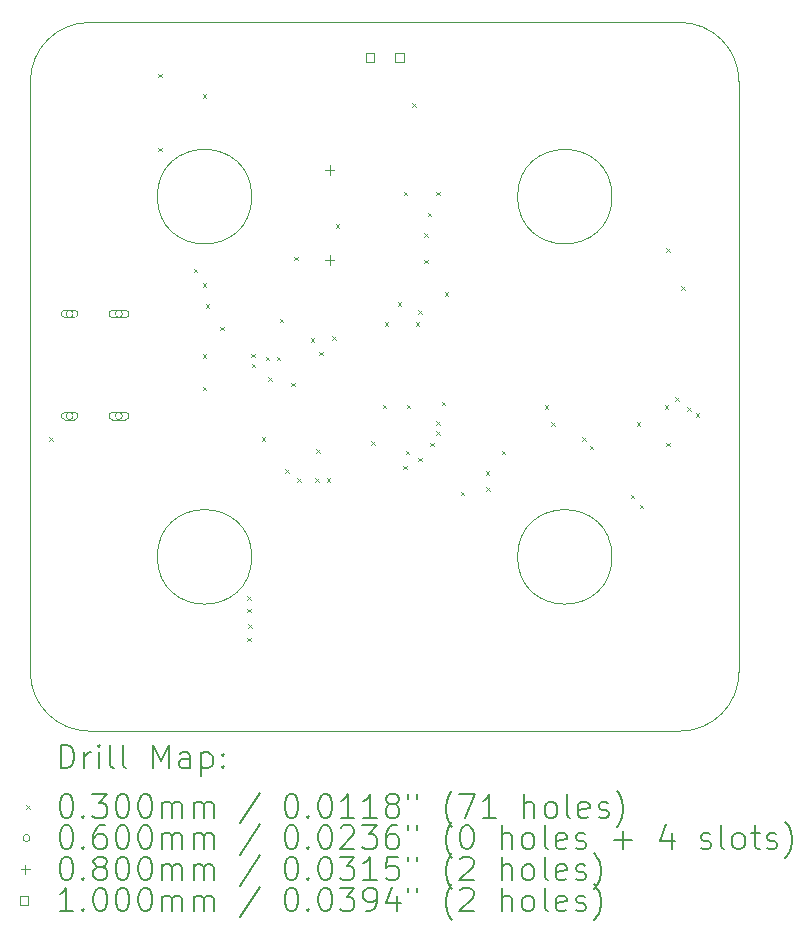
<source format=gbr>
%TF.GenerationSoftware,KiCad,Pcbnew,8.0.3*%
%TF.CreationDate,2024-09-03T16:00:55-04:00*%
%TF.ProjectId,AeroCore,4165726f-436f-4726-952e-6b696361645f,rev?*%
%TF.SameCoordinates,Original*%
%TF.FileFunction,Drillmap*%
%TF.FilePolarity,Positive*%
%FSLAX45Y45*%
G04 Gerber Fmt 4.5, Leading zero omitted, Abs format (unit mm)*
G04 Created by KiCad (PCBNEW 8.0.3) date 2024-09-03 16:00:55*
%MOMM*%
%LPD*%
G01*
G04 APERTURE LIST*
%ADD10C,0.050000*%
%ADD11C,0.200000*%
%ADD12C,0.100000*%
G04 APERTURE END LIST*
D10*
X3875000Y-14475000D02*
G75*
G02*
X3075000Y-14475000I-400000J0D01*
G01*
X3075000Y-14475000D02*
G75*
G02*
X3875000Y-14475000I400000J0D01*
G01*
X6925000Y-14475000D02*
G75*
G02*
X6125000Y-14475000I-400000J0D01*
G01*
X6125000Y-14475000D02*
G75*
G02*
X6925000Y-14475000I400000J0D01*
G01*
X8000000Y-18500000D02*
G75*
G02*
X7500000Y-19000000I-500000J0D01*
G01*
X2000000Y-13500000D02*
X2000000Y-18500000D01*
X8000000Y-18500000D02*
X8000000Y-13500000D01*
X2000000Y-13500000D02*
G75*
G02*
X2500000Y-13000000I500000J0D01*
G01*
X3875000Y-17525000D02*
G75*
G02*
X3075000Y-17525000I-400000J0D01*
G01*
X3075000Y-17525000D02*
G75*
G02*
X3875000Y-17525000I400000J0D01*
G01*
X2500000Y-19000000D02*
G75*
G02*
X2000000Y-18500000I0J500000D01*
G01*
X6925000Y-17525000D02*
G75*
G02*
X6125000Y-17525000I-400000J0D01*
G01*
X6125000Y-17525000D02*
G75*
G02*
X6925000Y-17525000I400000J0D01*
G01*
X2500000Y-19000000D02*
X7500000Y-19000000D01*
X7500000Y-13000000D02*
G75*
G02*
X8000000Y-13500000I0J-500000D01*
G01*
X2500000Y-13000000D02*
X7500000Y-13000000D01*
D11*
D12*
X2160000Y-16510000D02*
X2190000Y-16540000D01*
X2190000Y-16510000D02*
X2160000Y-16540000D01*
X3085000Y-13435000D02*
X3115000Y-13465000D01*
X3115000Y-13435000D02*
X3085000Y-13465000D01*
X3085000Y-14060000D02*
X3115000Y-14090000D01*
X3115000Y-14060000D02*
X3085000Y-14090000D01*
X3385000Y-15085000D02*
X3415000Y-15115000D01*
X3415000Y-15085000D02*
X3385000Y-15115000D01*
X3460000Y-13610000D02*
X3490000Y-13640000D01*
X3490000Y-13610000D02*
X3460000Y-13640000D01*
X3460000Y-15210000D02*
X3490000Y-15240000D01*
X3490000Y-15210000D02*
X3460000Y-15240000D01*
X3460000Y-15810000D02*
X3490000Y-15840000D01*
X3490000Y-15810000D02*
X3460000Y-15840000D01*
X3460000Y-16085000D02*
X3490000Y-16115000D01*
X3490000Y-16085000D02*
X3460000Y-16115000D01*
X3485000Y-15385000D02*
X3515000Y-15415000D01*
X3515000Y-15385000D02*
X3485000Y-15415000D01*
X3608024Y-15574525D02*
X3638024Y-15604525D01*
X3638024Y-15574525D02*
X3608024Y-15604525D01*
X3835000Y-17860000D02*
X3865000Y-17890000D01*
X3865000Y-17860000D02*
X3835000Y-17890000D01*
X3835925Y-18209075D02*
X3865925Y-18239075D01*
X3865925Y-18209075D02*
X3835925Y-18239075D01*
X3837581Y-17965401D02*
X3867581Y-17995401D01*
X3867581Y-17965401D02*
X3837581Y-17995401D01*
X3843925Y-18095401D02*
X3873925Y-18125401D01*
X3873925Y-18095401D02*
X3843925Y-18125401D01*
X3868109Y-15804465D02*
X3898109Y-15834465D01*
X3898109Y-15804465D02*
X3868109Y-15834465D01*
X3873524Y-15891464D02*
X3903524Y-15921464D01*
X3903524Y-15891464D02*
X3873524Y-15921464D01*
X3960000Y-16510000D02*
X3990000Y-16540000D01*
X3990000Y-16510000D02*
X3960000Y-16540000D01*
X3994877Y-15830000D02*
X4024877Y-15860000D01*
X4024877Y-15830000D02*
X3994877Y-15860000D01*
X4014630Y-16003171D02*
X4044630Y-16033171D01*
X4044630Y-16003171D02*
X4014630Y-16033171D01*
X4084981Y-15830552D02*
X4114981Y-15860552D01*
X4114981Y-15830552D02*
X4084981Y-15860552D01*
X4110000Y-15510000D02*
X4140000Y-15540000D01*
X4140000Y-15510000D02*
X4110000Y-15540000D01*
X4160000Y-16785000D02*
X4190000Y-16815000D01*
X4190000Y-16785000D02*
X4160000Y-16815000D01*
X4209130Y-16052059D02*
X4239130Y-16082059D01*
X4239130Y-16052059D02*
X4209130Y-16082059D01*
X4235000Y-14985000D02*
X4265000Y-15015000D01*
X4265000Y-14985000D02*
X4235000Y-15015000D01*
X4260000Y-16860000D02*
X4290000Y-16890000D01*
X4290000Y-16860000D02*
X4260000Y-16890000D01*
X4374793Y-15674374D02*
X4404793Y-15704374D01*
X4404793Y-15674374D02*
X4374793Y-15704374D01*
X4410000Y-16860000D02*
X4440000Y-16890000D01*
X4440000Y-16860000D02*
X4410000Y-16890000D01*
X4420781Y-16612705D02*
X4450781Y-16642705D01*
X4450781Y-16612705D02*
X4420781Y-16642705D01*
X4446746Y-15786250D02*
X4476746Y-15816250D01*
X4476746Y-15786250D02*
X4446746Y-15816250D01*
X4510000Y-16860000D02*
X4540000Y-16890000D01*
X4540000Y-16860000D02*
X4510000Y-16890000D01*
X4555962Y-15655962D02*
X4585962Y-15685962D01*
X4585962Y-15655962D02*
X4555962Y-15685962D01*
X4585000Y-14710000D02*
X4615000Y-14740000D01*
X4615000Y-14710000D02*
X4585000Y-14740000D01*
X4887928Y-16545000D02*
X4917928Y-16575000D01*
X4917928Y-16545000D02*
X4887928Y-16575000D01*
X4985000Y-16235000D02*
X5015000Y-16265000D01*
X5015000Y-16235000D02*
X4985000Y-16265000D01*
X5000000Y-15536628D02*
X5030000Y-15566628D01*
X5030000Y-15536628D02*
X5000000Y-15566628D01*
X5110000Y-15370000D02*
X5140000Y-15400000D01*
X5140000Y-15370000D02*
X5110000Y-15400000D01*
X5157915Y-16755000D02*
X5187915Y-16785000D01*
X5187915Y-16755000D02*
X5157915Y-16785000D01*
X5160000Y-14435000D02*
X5190000Y-14465000D01*
X5190000Y-14435000D02*
X5160000Y-14465000D01*
X5177128Y-16625000D02*
X5207128Y-16655000D01*
X5207128Y-16625000D02*
X5177128Y-16655000D01*
X5185000Y-16235000D02*
X5215000Y-16265000D01*
X5215000Y-16235000D02*
X5185000Y-16265000D01*
X5235000Y-13685000D02*
X5265000Y-13715000D01*
X5265000Y-13685000D02*
X5235000Y-13715000D01*
X5261628Y-15536628D02*
X5291628Y-15566628D01*
X5291628Y-15536628D02*
X5261628Y-15566628D01*
X5285000Y-15435000D02*
X5315000Y-15465000D01*
X5315000Y-15435000D02*
X5285000Y-15465000D01*
X5285000Y-16685000D02*
X5315000Y-16715000D01*
X5315000Y-16685000D02*
X5285000Y-16715000D01*
X5335000Y-14785000D02*
X5365000Y-14815000D01*
X5365000Y-14785000D02*
X5335000Y-14815000D01*
X5335000Y-15010000D02*
X5365000Y-15040000D01*
X5365000Y-15010000D02*
X5335000Y-15040000D01*
X5365000Y-14610000D02*
X5395000Y-14640000D01*
X5395000Y-14610000D02*
X5365000Y-14640000D01*
X5385000Y-16560000D02*
X5415000Y-16590000D01*
X5415000Y-16560000D02*
X5385000Y-16590000D01*
X5435000Y-14435000D02*
X5465000Y-14465000D01*
X5465000Y-14435000D02*
X5435000Y-14465000D01*
X5435000Y-16375000D02*
X5465000Y-16405000D01*
X5465000Y-16375000D02*
X5435000Y-16405000D01*
X5435000Y-16460000D02*
X5465000Y-16490000D01*
X5465000Y-16460000D02*
X5435000Y-16490000D01*
X5485000Y-16210000D02*
X5515000Y-16240000D01*
X5515000Y-16210000D02*
X5485000Y-16240000D01*
X5510000Y-15285000D02*
X5540000Y-15315000D01*
X5540000Y-15285000D02*
X5510000Y-15315000D01*
X5644792Y-16975000D02*
X5674792Y-17005000D01*
X5674792Y-16975000D02*
X5644792Y-17005000D01*
X5855931Y-16800000D02*
X5885931Y-16830000D01*
X5885931Y-16800000D02*
X5855931Y-16830000D01*
X5860000Y-16935000D02*
X5890000Y-16965000D01*
X5890000Y-16935000D02*
X5860000Y-16965000D01*
X5990000Y-16624318D02*
X6020000Y-16654318D01*
X6020000Y-16624318D02*
X5990000Y-16654318D01*
X6355962Y-16239038D02*
X6385962Y-16269038D01*
X6385962Y-16239038D02*
X6355962Y-16269038D01*
X6410000Y-16385000D02*
X6440000Y-16415000D01*
X6440000Y-16385000D02*
X6410000Y-16415000D01*
X6675000Y-16510000D02*
X6705000Y-16540000D01*
X6705000Y-16510000D02*
X6675000Y-16540000D01*
X6735000Y-16585000D02*
X6765000Y-16615000D01*
X6765000Y-16585000D02*
X6735000Y-16615000D01*
X7085000Y-17000000D02*
X7115000Y-17030000D01*
X7115000Y-17000000D02*
X7085000Y-17030000D01*
X7135000Y-16385000D02*
X7165000Y-16415000D01*
X7165000Y-16385000D02*
X7135000Y-16415000D01*
X7160000Y-17085000D02*
X7190000Y-17115000D01*
X7190000Y-17085000D02*
X7160000Y-17115000D01*
X7370159Y-16239538D02*
X7400159Y-16269538D01*
X7400159Y-16239538D02*
X7370159Y-16269538D01*
X7385000Y-14910000D02*
X7415000Y-14940000D01*
X7415000Y-14910000D02*
X7385000Y-14940000D01*
X7385000Y-16560000D02*
X7415000Y-16590000D01*
X7415000Y-16560000D02*
X7385000Y-16590000D01*
X7460000Y-16175147D02*
X7490000Y-16205147D01*
X7490000Y-16175147D02*
X7460000Y-16205147D01*
X7510000Y-15235000D02*
X7540000Y-15265000D01*
X7540000Y-15235000D02*
X7510000Y-15265000D01*
X7560000Y-16260000D02*
X7590000Y-16290000D01*
X7590000Y-16260000D02*
X7560000Y-16290000D01*
X7635000Y-16310000D02*
X7665000Y-16340000D01*
X7665000Y-16310000D02*
X7635000Y-16340000D01*
X2363000Y-15468000D02*
G75*
G02*
X2303000Y-15468000I-30000J0D01*
G01*
X2303000Y-15468000D02*
G75*
G02*
X2363000Y-15468000I30000J0D01*
G01*
X2293000Y-15498000D02*
X2373000Y-15498000D01*
X2373000Y-15438000D02*
G75*
G02*
X2373000Y-15498000I0J-30000D01*
G01*
X2373000Y-15438000D02*
X2293000Y-15438000D01*
X2293000Y-15438000D02*
G75*
G03*
X2293000Y-15498000I0J-30000D01*
G01*
X2363000Y-16332000D02*
G75*
G02*
X2303000Y-16332000I-30000J0D01*
G01*
X2303000Y-16332000D02*
G75*
G02*
X2363000Y-16332000I30000J0D01*
G01*
X2293000Y-16362000D02*
X2373000Y-16362000D01*
X2373000Y-16302000D02*
G75*
G02*
X2373000Y-16362000I0J-30000D01*
G01*
X2373000Y-16302000D02*
X2293000Y-16302000D01*
X2293000Y-16302000D02*
G75*
G03*
X2293000Y-16362000I0J-30000D01*
G01*
X2780000Y-15468000D02*
G75*
G02*
X2720000Y-15468000I-30000J0D01*
G01*
X2720000Y-15468000D02*
G75*
G02*
X2780000Y-15468000I30000J0D01*
G01*
X2695000Y-15498000D02*
X2805000Y-15498000D01*
X2805000Y-15438000D02*
G75*
G02*
X2805000Y-15498000I0J-30000D01*
G01*
X2805000Y-15438000D02*
X2695000Y-15438000D01*
X2695000Y-15438000D02*
G75*
G03*
X2695000Y-15498000I0J-30000D01*
G01*
X2780000Y-16332000D02*
G75*
G02*
X2720000Y-16332000I-30000J0D01*
G01*
X2720000Y-16332000D02*
G75*
G02*
X2780000Y-16332000I30000J0D01*
G01*
X2695000Y-16362000D02*
X2805000Y-16362000D01*
X2805000Y-16302000D02*
G75*
G02*
X2805000Y-16362000I0J-30000D01*
G01*
X2805000Y-16302000D02*
X2695000Y-16302000D01*
X2695000Y-16302000D02*
G75*
G03*
X2695000Y-16362000I0J-30000D01*
G01*
X4535000Y-14208000D02*
X4535000Y-14288000D01*
X4495000Y-14248000D02*
X4575000Y-14248000D01*
X4535000Y-14970000D02*
X4535000Y-15050000D01*
X4495000Y-15010000D02*
X4575000Y-15010000D01*
X4910356Y-13332106D02*
X4910356Y-13261394D01*
X4839644Y-13261394D01*
X4839644Y-13332106D01*
X4910356Y-13332106D01*
X5160356Y-13332106D02*
X5160356Y-13261394D01*
X5089644Y-13261394D01*
X5089644Y-13332106D01*
X5160356Y-13332106D01*
D11*
X2258277Y-19313984D02*
X2258277Y-19113984D01*
X2258277Y-19113984D02*
X2305896Y-19113984D01*
X2305896Y-19113984D02*
X2334467Y-19123508D01*
X2334467Y-19123508D02*
X2353515Y-19142555D01*
X2353515Y-19142555D02*
X2363039Y-19161603D01*
X2363039Y-19161603D02*
X2372563Y-19199698D01*
X2372563Y-19199698D02*
X2372563Y-19228270D01*
X2372563Y-19228270D02*
X2363039Y-19266365D01*
X2363039Y-19266365D02*
X2353515Y-19285412D01*
X2353515Y-19285412D02*
X2334467Y-19304460D01*
X2334467Y-19304460D02*
X2305896Y-19313984D01*
X2305896Y-19313984D02*
X2258277Y-19313984D01*
X2458277Y-19313984D02*
X2458277Y-19180650D01*
X2458277Y-19218746D02*
X2467801Y-19199698D01*
X2467801Y-19199698D02*
X2477324Y-19190174D01*
X2477324Y-19190174D02*
X2496372Y-19180650D01*
X2496372Y-19180650D02*
X2515420Y-19180650D01*
X2582086Y-19313984D02*
X2582086Y-19180650D01*
X2582086Y-19113984D02*
X2572563Y-19123508D01*
X2572563Y-19123508D02*
X2582086Y-19133031D01*
X2582086Y-19133031D02*
X2591610Y-19123508D01*
X2591610Y-19123508D02*
X2582086Y-19113984D01*
X2582086Y-19113984D02*
X2582086Y-19133031D01*
X2705896Y-19313984D02*
X2686848Y-19304460D01*
X2686848Y-19304460D02*
X2677324Y-19285412D01*
X2677324Y-19285412D02*
X2677324Y-19113984D01*
X2810658Y-19313984D02*
X2791610Y-19304460D01*
X2791610Y-19304460D02*
X2782086Y-19285412D01*
X2782086Y-19285412D02*
X2782086Y-19113984D01*
X3039229Y-19313984D02*
X3039229Y-19113984D01*
X3039229Y-19113984D02*
X3105896Y-19256841D01*
X3105896Y-19256841D02*
X3172562Y-19113984D01*
X3172562Y-19113984D02*
X3172562Y-19313984D01*
X3353515Y-19313984D02*
X3353515Y-19209222D01*
X3353515Y-19209222D02*
X3343991Y-19190174D01*
X3343991Y-19190174D02*
X3324943Y-19180650D01*
X3324943Y-19180650D02*
X3286848Y-19180650D01*
X3286848Y-19180650D02*
X3267801Y-19190174D01*
X3353515Y-19304460D02*
X3334467Y-19313984D01*
X3334467Y-19313984D02*
X3286848Y-19313984D01*
X3286848Y-19313984D02*
X3267801Y-19304460D01*
X3267801Y-19304460D02*
X3258277Y-19285412D01*
X3258277Y-19285412D02*
X3258277Y-19266365D01*
X3258277Y-19266365D02*
X3267801Y-19247317D01*
X3267801Y-19247317D02*
X3286848Y-19237793D01*
X3286848Y-19237793D02*
X3334467Y-19237793D01*
X3334467Y-19237793D02*
X3353515Y-19228270D01*
X3448753Y-19180650D02*
X3448753Y-19380650D01*
X3448753Y-19190174D02*
X3467801Y-19180650D01*
X3467801Y-19180650D02*
X3505896Y-19180650D01*
X3505896Y-19180650D02*
X3524943Y-19190174D01*
X3524943Y-19190174D02*
X3534467Y-19199698D01*
X3534467Y-19199698D02*
X3543991Y-19218746D01*
X3543991Y-19218746D02*
X3543991Y-19275889D01*
X3543991Y-19275889D02*
X3534467Y-19294936D01*
X3534467Y-19294936D02*
X3524943Y-19304460D01*
X3524943Y-19304460D02*
X3505896Y-19313984D01*
X3505896Y-19313984D02*
X3467801Y-19313984D01*
X3467801Y-19313984D02*
X3448753Y-19304460D01*
X3629705Y-19294936D02*
X3639229Y-19304460D01*
X3639229Y-19304460D02*
X3629705Y-19313984D01*
X3629705Y-19313984D02*
X3620182Y-19304460D01*
X3620182Y-19304460D02*
X3629705Y-19294936D01*
X3629705Y-19294936D02*
X3629705Y-19313984D01*
X3629705Y-19190174D02*
X3639229Y-19199698D01*
X3639229Y-19199698D02*
X3629705Y-19209222D01*
X3629705Y-19209222D02*
X3620182Y-19199698D01*
X3620182Y-19199698D02*
X3629705Y-19190174D01*
X3629705Y-19190174D02*
X3629705Y-19209222D01*
D12*
X1967500Y-19627500D02*
X1997500Y-19657500D01*
X1997500Y-19627500D02*
X1967500Y-19657500D01*
D11*
X2296372Y-19533984D02*
X2315420Y-19533984D01*
X2315420Y-19533984D02*
X2334467Y-19543508D01*
X2334467Y-19543508D02*
X2343991Y-19553031D01*
X2343991Y-19553031D02*
X2353515Y-19572079D01*
X2353515Y-19572079D02*
X2363039Y-19610174D01*
X2363039Y-19610174D02*
X2363039Y-19657793D01*
X2363039Y-19657793D02*
X2353515Y-19695889D01*
X2353515Y-19695889D02*
X2343991Y-19714936D01*
X2343991Y-19714936D02*
X2334467Y-19724460D01*
X2334467Y-19724460D02*
X2315420Y-19733984D01*
X2315420Y-19733984D02*
X2296372Y-19733984D01*
X2296372Y-19733984D02*
X2277324Y-19724460D01*
X2277324Y-19724460D02*
X2267801Y-19714936D01*
X2267801Y-19714936D02*
X2258277Y-19695889D01*
X2258277Y-19695889D02*
X2248753Y-19657793D01*
X2248753Y-19657793D02*
X2248753Y-19610174D01*
X2248753Y-19610174D02*
X2258277Y-19572079D01*
X2258277Y-19572079D02*
X2267801Y-19553031D01*
X2267801Y-19553031D02*
X2277324Y-19543508D01*
X2277324Y-19543508D02*
X2296372Y-19533984D01*
X2448753Y-19714936D02*
X2458277Y-19724460D01*
X2458277Y-19724460D02*
X2448753Y-19733984D01*
X2448753Y-19733984D02*
X2439229Y-19724460D01*
X2439229Y-19724460D02*
X2448753Y-19714936D01*
X2448753Y-19714936D02*
X2448753Y-19733984D01*
X2524944Y-19533984D02*
X2648753Y-19533984D01*
X2648753Y-19533984D02*
X2582086Y-19610174D01*
X2582086Y-19610174D02*
X2610658Y-19610174D01*
X2610658Y-19610174D02*
X2629705Y-19619698D01*
X2629705Y-19619698D02*
X2639229Y-19629222D01*
X2639229Y-19629222D02*
X2648753Y-19648270D01*
X2648753Y-19648270D02*
X2648753Y-19695889D01*
X2648753Y-19695889D02*
X2639229Y-19714936D01*
X2639229Y-19714936D02*
X2629705Y-19724460D01*
X2629705Y-19724460D02*
X2610658Y-19733984D01*
X2610658Y-19733984D02*
X2553515Y-19733984D01*
X2553515Y-19733984D02*
X2534467Y-19724460D01*
X2534467Y-19724460D02*
X2524944Y-19714936D01*
X2772563Y-19533984D02*
X2791610Y-19533984D01*
X2791610Y-19533984D02*
X2810658Y-19543508D01*
X2810658Y-19543508D02*
X2820182Y-19553031D01*
X2820182Y-19553031D02*
X2829705Y-19572079D01*
X2829705Y-19572079D02*
X2839229Y-19610174D01*
X2839229Y-19610174D02*
X2839229Y-19657793D01*
X2839229Y-19657793D02*
X2829705Y-19695889D01*
X2829705Y-19695889D02*
X2820182Y-19714936D01*
X2820182Y-19714936D02*
X2810658Y-19724460D01*
X2810658Y-19724460D02*
X2791610Y-19733984D01*
X2791610Y-19733984D02*
X2772563Y-19733984D01*
X2772563Y-19733984D02*
X2753515Y-19724460D01*
X2753515Y-19724460D02*
X2743991Y-19714936D01*
X2743991Y-19714936D02*
X2734467Y-19695889D01*
X2734467Y-19695889D02*
X2724944Y-19657793D01*
X2724944Y-19657793D02*
X2724944Y-19610174D01*
X2724944Y-19610174D02*
X2734467Y-19572079D01*
X2734467Y-19572079D02*
X2743991Y-19553031D01*
X2743991Y-19553031D02*
X2753515Y-19543508D01*
X2753515Y-19543508D02*
X2772563Y-19533984D01*
X2963039Y-19533984D02*
X2982086Y-19533984D01*
X2982086Y-19533984D02*
X3001134Y-19543508D01*
X3001134Y-19543508D02*
X3010658Y-19553031D01*
X3010658Y-19553031D02*
X3020182Y-19572079D01*
X3020182Y-19572079D02*
X3029705Y-19610174D01*
X3029705Y-19610174D02*
X3029705Y-19657793D01*
X3029705Y-19657793D02*
X3020182Y-19695889D01*
X3020182Y-19695889D02*
X3010658Y-19714936D01*
X3010658Y-19714936D02*
X3001134Y-19724460D01*
X3001134Y-19724460D02*
X2982086Y-19733984D01*
X2982086Y-19733984D02*
X2963039Y-19733984D01*
X2963039Y-19733984D02*
X2943991Y-19724460D01*
X2943991Y-19724460D02*
X2934467Y-19714936D01*
X2934467Y-19714936D02*
X2924943Y-19695889D01*
X2924943Y-19695889D02*
X2915420Y-19657793D01*
X2915420Y-19657793D02*
X2915420Y-19610174D01*
X2915420Y-19610174D02*
X2924943Y-19572079D01*
X2924943Y-19572079D02*
X2934467Y-19553031D01*
X2934467Y-19553031D02*
X2943991Y-19543508D01*
X2943991Y-19543508D02*
X2963039Y-19533984D01*
X3115420Y-19733984D02*
X3115420Y-19600650D01*
X3115420Y-19619698D02*
X3124943Y-19610174D01*
X3124943Y-19610174D02*
X3143991Y-19600650D01*
X3143991Y-19600650D02*
X3172563Y-19600650D01*
X3172563Y-19600650D02*
X3191610Y-19610174D01*
X3191610Y-19610174D02*
X3201134Y-19629222D01*
X3201134Y-19629222D02*
X3201134Y-19733984D01*
X3201134Y-19629222D02*
X3210658Y-19610174D01*
X3210658Y-19610174D02*
X3229705Y-19600650D01*
X3229705Y-19600650D02*
X3258277Y-19600650D01*
X3258277Y-19600650D02*
X3277324Y-19610174D01*
X3277324Y-19610174D02*
X3286848Y-19629222D01*
X3286848Y-19629222D02*
X3286848Y-19733984D01*
X3382086Y-19733984D02*
X3382086Y-19600650D01*
X3382086Y-19619698D02*
X3391610Y-19610174D01*
X3391610Y-19610174D02*
X3410658Y-19600650D01*
X3410658Y-19600650D02*
X3439229Y-19600650D01*
X3439229Y-19600650D02*
X3458277Y-19610174D01*
X3458277Y-19610174D02*
X3467801Y-19629222D01*
X3467801Y-19629222D02*
X3467801Y-19733984D01*
X3467801Y-19629222D02*
X3477324Y-19610174D01*
X3477324Y-19610174D02*
X3496372Y-19600650D01*
X3496372Y-19600650D02*
X3524943Y-19600650D01*
X3524943Y-19600650D02*
X3543991Y-19610174D01*
X3543991Y-19610174D02*
X3553515Y-19629222D01*
X3553515Y-19629222D02*
X3553515Y-19733984D01*
X3943991Y-19524460D02*
X3772563Y-19781603D01*
X4201134Y-19533984D02*
X4220182Y-19533984D01*
X4220182Y-19533984D02*
X4239229Y-19543508D01*
X4239229Y-19543508D02*
X4248753Y-19553031D01*
X4248753Y-19553031D02*
X4258277Y-19572079D01*
X4258277Y-19572079D02*
X4267801Y-19610174D01*
X4267801Y-19610174D02*
X4267801Y-19657793D01*
X4267801Y-19657793D02*
X4258277Y-19695889D01*
X4258277Y-19695889D02*
X4248753Y-19714936D01*
X4248753Y-19714936D02*
X4239229Y-19724460D01*
X4239229Y-19724460D02*
X4220182Y-19733984D01*
X4220182Y-19733984D02*
X4201134Y-19733984D01*
X4201134Y-19733984D02*
X4182086Y-19724460D01*
X4182086Y-19724460D02*
X4172563Y-19714936D01*
X4172563Y-19714936D02*
X4163039Y-19695889D01*
X4163039Y-19695889D02*
X4153515Y-19657793D01*
X4153515Y-19657793D02*
X4153515Y-19610174D01*
X4153515Y-19610174D02*
X4163039Y-19572079D01*
X4163039Y-19572079D02*
X4172563Y-19553031D01*
X4172563Y-19553031D02*
X4182086Y-19543508D01*
X4182086Y-19543508D02*
X4201134Y-19533984D01*
X4353515Y-19714936D02*
X4363039Y-19724460D01*
X4363039Y-19724460D02*
X4353515Y-19733984D01*
X4353515Y-19733984D02*
X4343991Y-19724460D01*
X4343991Y-19724460D02*
X4353515Y-19714936D01*
X4353515Y-19714936D02*
X4353515Y-19733984D01*
X4486848Y-19533984D02*
X4505896Y-19533984D01*
X4505896Y-19533984D02*
X4524944Y-19543508D01*
X4524944Y-19543508D02*
X4534468Y-19553031D01*
X4534468Y-19553031D02*
X4543991Y-19572079D01*
X4543991Y-19572079D02*
X4553515Y-19610174D01*
X4553515Y-19610174D02*
X4553515Y-19657793D01*
X4553515Y-19657793D02*
X4543991Y-19695889D01*
X4543991Y-19695889D02*
X4534468Y-19714936D01*
X4534468Y-19714936D02*
X4524944Y-19724460D01*
X4524944Y-19724460D02*
X4505896Y-19733984D01*
X4505896Y-19733984D02*
X4486848Y-19733984D01*
X4486848Y-19733984D02*
X4467801Y-19724460D01*
X4467801Y-19724460D02*
X4458277Y-19714936D01*
X4458277Y-19714936D02*
X4448753Y-19695889D01*
X4448753Y-19695889D02*
X4439229Y-19657793D01*
X4439229Y-19657793D02*
X4439229Y-19610174D01*
X4439229Y-19610174D02*
X4448753Y-19572079D01*
X4448753Y-19572079D02*
X4458277Y-19553031D01*
X4458277Y-19553031D02*
X4467801Y-19543508D01*
X4467801Y-19543508D02*
X4486848Y-19533984D01*
X4743991Y-19733984D02*
X4629706Y-19733984D01*
X4686848Y-19733984D02*
X4686848Y-19533984D01*
X4686848Y-19533984D02*
X4667801Y-19562555D01*
X4667801Y-19562555D02*
X4648753Y-19581603D01*
X4648753Y-19581603D02*
X4629706Y-19591127D01*
X4934468Y-19733984D02*
X4820182Y-19733984D01*
X4877325Y-19733984D02*
X4877325Y-19533984D01*
X4877325Y-19533984D02*
X4858277Y-19562555D01*
X4858277Y-19562555D02*
X4839229Y-19581603D01*
X4839229Y-19581603D02*
X4820182Y-19591127D01*
X5048753Y-19619698D02*
X5029706Y-19610174D01*
X5029706Y-19610174D02*
X5020182Y-19600650D01*
X5020182Y-19600650D02*
X5010658Y-19581603D01*
X5010658Y-19581603D02*
X5010658Y-19572079D01*
X5010658Y-19572079D02*
X5020182Y-19553031D01*
X5020182Y-19553031D02*
X5029706Y-19543508D01*
X5029706Y-19543508D02*
X5048753Y-19533984D01*
X5048753Y-19533984D02*
X5086849Y-19533984D01*
X5086849Y-19533984D02*
X5105896Y-19543508D01*
X5105896Y-19543508D02*
X5115420Y-19553031D01*
X5115420Y-19553031D02*
X5124944Y-19572079D01*
X5124944Y-19572079D02*
X5124944Y-19581603D01*
X5124944Y-19581603D02*
X5115420Y-19600650D01*
X5115420Y-19600650D02*
X5105896Y-19610174D01*
X5105896Y-19610174D02*
X5086849Y-19619698D01*
X5086849Y-19619698D02*
X5048753Y-19619698D01*
X5048753Y-19619698D02*
X5029706Y-19629222D01*
X5029706Y-19629222D02*
X5020182Y-19638746D01*
X5020182Y-19638746D02*
X5010658Y-19657793D01*
X5010658Y-19657793D02*
X5010658Y-19695889D01*
X5010658Y-19695889D02*
X5020182Y-19714936D01*
X5020182Y-19714936D02*
X5029706Y-19724460D01*
X5029706Y-19724460D02*
X5048753Y-19733984D01*
X5048753Y-19733984D02*
X5086849Y-19733984D01*
X5086849Y-19733984D02*
X5105896Y-19724460D01*
X5105896Y-19724460D02*
X5115420Y-19714936D01*
X5115420Y-19714936D02*
X5124944Y-19695889D01*
X5124944Y-19695889D02*
X5124944Y-19657793D01*
X5124944Y-19657793D02*
X5115420Y-19638746D01*
X5115420Y-19638746D02*
X5105896Y-19629222D01*
X5105896Y-19629222D02*
X5086849Y-19619698D01*
X5201134Y-19533984D02*
X5201134Y-19572079D01*
X5277325Y-19533984D02*
X5277325Y-19572079D01*
X5572563Y-19810174D02*
X5563039Y-19800650D01*
X5563039Y-19800650D02*
X5543991Y-19772079D01*
X5543991Y-19772079D02*
X5534468Y-19753031D01*
X5534468Y-19753031D02*
X5524944Y-19724460D01*
X5524944Y-19724460D02*
X5515420Y-19676841D01*
X5515420Y-19676841D02*
X5515420Y-19638746D01*
X5515420Y-19638746D02*
X5524944Y-19591127D01*
X5524944Y-19591127D02*
X5534468Y-19562555D01*
X5534468Y-19562555D02*
X5543991Y-19543508D01*
X5543991Y-19543508D02*
X5563039Y-19514936D01*
X5563039Y-19514936D02*
X5572563Y-19505412D01*
X5629706Y-19533984D02*
X5763039Y-19533984D01*
X5763039Y-19533984D02*
X5677325Y-19733984D01*
X5943991Y-19733984D02*
X5829706Y-19733984D01*
X5886848Y-19733984D02*
X5886848Y-19533984D01*
X5886848Y-19533984D02*
X5867801Y-19562555D01*
X5867801Y-19562555D02*
X5848753Y-19581603D01*
X5848753Y-19581603D02*
X5829706Y-19591127D01*
X6182087Y-19733984D02*
X6182087Y-19533984D01*
X6267801Y-19733984D02*
X6267801Y-19629222D01*
X6267801Y-19629222D02*
X6258277Y-19610174D01*
X6258277Y-19610174D02*
X6239230Y-19600650D01*
X6239230Y-19600650D02*
X6210658Y-19600650D01*
X6210658Y-19600650D02*
X6191610Y-19610174D01*
X6191610Y-19610174D02*
X6182087Y-19619698D01*
X6391610Y-19733984D02*
X6372563Y-19724460D01*
X6372563Y-19724460D02*
X6363039Y-19714936D01*
X6363039Y-19714936D02*
X6353515Y-19695889D01*
X6353515Y-19695889D02*
X6353515Y-19638746D01*
X6353515Y-19638746D02*
X6363039Y-19619698D01*
X6363039Y-19619698D02*
X6372563Y-19610174D01*
X6372563Y-19610174D02*
X6391610Y-19600650D01*
X6391610Y-19600650D02*
X6420182Y-19600650D01*
X6420182Y-19600650D02*
X6439230Y-19610174D01*
X6439230Y-19610174D02*
X6448753Y-19619698D01*
X6448753Y-19619698D02*
X6458277Y-19638746D01*
X6458277Y-19638746D02*
X6458277Y-19695889D01*
X6458277Y-19695889D02*
X6448753Y-19714936D01*
X6448753Y-19714936D02*
X6439230Y-19724460D01*
X6439230Y-19724460D02*
X6420182Y-19733984D01*
X6420182Y-19733984D02*
X6391610Y-19733984D01*
X6572563Y-19733984D02*
X6553515Y-19724460D01*
X6553515Y-19724460D02*
X6543991Y-19705412D01*
X6543991Y-19705412D02*
X6543991Y-19533984D01*
X6724944Y-19724460D02*
X6705896Y-19733984D01*
X6705896Y-19733984D02*
X6667801Y-19733984D01*
X6667801Y-19733984D02*
X6648753Y-19724460D01*
X6648753Y-19724460D02*
X6639230Y-19705412D01*
X6639230Y-19705412D02*
X6639230Y-19629222D01*
X6639230Y-19629222D02*
X6648753Y-19610174D01*
X6648753Y-19610174D02*
X6667801Y-19600650D01*
X6667801Y-19600650D02*
X6705896Y-19600650D01*
X6705896Y-19600650D02*
X6724944Y-19610174D01*
X6724944Y-19610174D02*
X6734468Y-19629222D01*
X6734468Y-19629222D02*
X6734468Y-19648270D01*
X6734468Y-19648270D02*
X6639230Y-19667317D01*
X6810658Y-19724460D02*
X6829706Y-19733984D01*
X6829706Y-19733984D02*
X6867801Y-19733984D01*
X6867801Y-19733984D02*
X6886849Y-19724460D01*
X6886849Y-19724460D02*
X6896372Y-19705412D01*
X6896372Y-19705412D02*
X6896372Y-19695889D01*
X6896372Y-19695889D02*
X6886849Y-19676841D01*
X6886849Y-19676841D02*
X6867801Y-19667317D01*
X6867801Y-19667317D02*
X6839230Y-19667317D01*
X6839230Y-19667317D02*
X6820182Y-19657793D01*
X6820182Y-19657793D02*
X6810658Y-19638746D01*
X6810658Y-19638746D02*
X6810658Y-19629222D01*
X6810658Y-19629222D02*
X6820182Y-19610174D01*
X6820182Y-19610174D02*
X6839230Y-19600650D01*
X6839230Y-19600650D02*
X6867801Y-19600650D01*
X6867801Y-19600650D02*
X6886849Y-19610174D01*
X6963039Y-19810174D02*
X6972563Y-19800650D01*
X6972563Y-19800650D02*
X6991611Y-19772079D01*
X6991611Y-19772079D02*
X7001134Y-19753031D01*
X7001134Y-19753031D02*
X7010658Y-19724460D01*
X7010658Y-19724460D02*
X7020182Y-19676841D01*
X7020182Y-19676841D02*
X7020182Y-19638746D01*
X7020182Y-19638746D02*
X7010658Y-19591127D01*
X7010658Y-19591127D02*
X7001134Y-19562555D01*
X7001134Y-19562555D02*
X6991611Y-19543508D01*
X6991611Y-19543508D02*
X6972563Y-19514936D01*
X6972563Y-19514936D02*
X6963039Y-19505412D01*
D12*
X1997500Y-19906500D02*
G75*
G02*
X1937500Y-19906500I-30000J0D01*
G01*
X1937500Y-19906500D02*
G75*
G02*
X1997500Y-19906500I30000J0D01*
G01*
D11*
X2296372Y-19797984D02*
X2315420Y-19797984D01*
X2315420Y-19797984D02*
X2334467Y-19807508D01*
X2334467Y-19807508D02*
X2343991Y-19817031D01*
X2343991Y-19817031D02*
X2353515Y-19836079D01*
X2353515Y-19836079D02*
X2363039Y-19874174D01*
X2363039Y-19874174D02*
X2363039Y-19921793D01*
X2363039Y-19921793D02*
X2353515Y-19959889D01*
X2353515Y-19959889D02*
X2343991Y-19978936D01*
X2343991Y-19978936D02*
X2334467Y-19988460D01*
X2334467Y-19988460D02*
X2315420Y-19997984D01*
X2315420Y-19997984D02*
X2296372Y-19997984D01*
X2296372Y-19997984D02*
X2277324Y-19988460D01*
X2277324Y-19988460D02*
X2267801Y-19978936D01*
X2267801Y-19978936D02*
X2258277Y-19959889D01*
X2258277Y-19959889D02*
X2248753Y-19921793D01*
X2248753Y-19921793D02*
X2248753Y-19874174D01*
X2248753Y-19874174D02*
X2258277Y-19836079D01*
X2258277Y-19836079D02*
X2267801Y-19817031D01*
X2267801Y-19817031D02*
X2277324Y-19807508D01*
X2277324Y-19807508D02*
X2296372Y-19797984D01*
X2448753Y-19978936D02*
X2458277Y-19988460D01*
X2458277Y-19988460D02*
X2448753Y-19997984D01*
X2448753Y-19997984D02*
X2439229Y-19988460D01*
X2439229Y-19988460D02*
X2448753Y-19978936D01*
X2448753Y-19978936D02*
X2448753Y-19997984D01*
X2629705Y-19797984D02*
X2591610Y-19797984D01*
X2591610Y-19797984D02*
X2572563Y-19807508D01*
X2572563Y-19807508D02*
X2563039Y-19817031D01*
X2563039Y-19817031D02*
X2543991Y-19845603D01*
X2543991Y-19845603D02*
X2534467Y-19883698D01*
X2534467Y-19883698D02*
X2534467Y-19959889D01*
X2534467Y-19959889D02*
X2543991Y-19978936D01*
X2543991Y-19978936D02*
X2553515Y-19988460D01*
X2553515Y-19988460D02*
X2572563Y-19997984D01*
X2572563Y-19997984D02*
X2610658Y-19997984D01*
X2610658Y-19997984D02*
X2629705Y-19988460D01*
X2629705Y-19988460D02*
X2639229Y-19978936D01*
X2639229Y-19978936D02*
X2648753Y-19959889D01*
X2648753Y-19959889D02*
X2648753Y-19912270D01*
X2648753Y-19912270D02*
X2639229Y-19893222D01*
X2639229Y-19893222D02*
X2629705Y-19883698D01*
X2629705Y-19883698D02*
X2610658Y-19874174D01*
X2610658Y-19874174D02*
X2572563Y-19874174D01*
X2572563Y-19874174D02*
X2553515Y-19883698D01*
X2553515Y-19883698D02*
X2543991Y-19893222D01*
X2543991Y-19893222D02*
X2534467Y-19912270D01*
X2772563Y-19797984D02*
X2791610Y-19797984D01*
X2791610Y-19797984D02*
X2810658Y-19807508D01*
X2810658Y-19807508D02*
X2820182Y-19817031D01*
X2820182Y-19817031D02*
X2829705Y-19836079D01*
X2829705Y-19836079D02*
X2839229Y-19874174D01*
X2839229Y-19874174D02*
X2839229Y-19921793D01*
X2839229Y-19921793D02*
X2829705Y-19959889D01*
X2829705Y-19959889D02*
X2820182Y-19978936D01*
X2820182Y-19978936D02*
X2810658Y-19988460D01*
X2810658Y-19988460D02*
X2791610Y-19997984D01*
X2791610Y-19997984D02*
X2772563Y-19997984D01*
X2772563Y-19997984D02*
X2753515Y-19988460D01*
X2753515Y-19988460D02*
X2743991Y-19978936D01*
X2743991Y-19978936D02*
X2734467Y-19959889D01*
X2734467Y-19959889D02*
X2724944Y-19921793D01*
X2724944Y-19921793D02*
X2724944Y-19874174D01*
X2724944Y-19874174D02*
X2734467Y-19836079D01*
X2734467Y-19836079D02*
X2743991Y-19817031D01*
X2743991Y-19817031D02*
X2753515Y-19807508D01*
X2753515Y-19807508D02*
X2772563Y-19797984D01*
X2963039Y-19797984D02*
X2982086Y-19797984D01*
X2982086Y-19797984D02*
X3001134Y-19807508D01*
X3001134Y-19807508D02*
X3010658Y-19817031D01*
X3010658Y-19817031D02*
X3020182Y-19836079D01*
X3020182Y-19836079D02*
X3029705Y-19874174D01*
X3029705Y-19874174D02*
X3029705Y-19921793D01*
X3029705Y-19921793D02*
X3020182Y-19959889D01*
X3020182Y-19959889D02*
X3010658Y-19978936D01*
X3010658Y-19978936D02*
X3001134Y-19988460D01*
X3001134Y-19988460D02*
X2982086Y-19997984D01*
X2982086Y-19997984D02*
X2963039Y-19997984D01*
X2963039Y-19997984D02*
X2943991Y-19988460D01*
X2943991Y-19988460D02*
X2934467Y-19978936D01*
X2934467Y-19978936D02*
X2924943Y-19959889D01*
X2924943Y-19959889D02*
X2915420Y-19921793D01*
X2915420Y-19921793D02*
X2915420Y-19874174D01*
X2915420Y-19874174D02*
X2924943Y-19836079D01*
X2924943Y-19836079D02*
X2934467Y-19817031D01*
X2934467Y-19817031D02*
X2943991Y-19807508D01*
X2943991Y-19807508D02*
X2963039Y-19797984D01*
X3115420Y-19997984D02*
X3115420Y-19864650D01*
X3115420Y-19883698D02*
X3124943Y-19874174D01*
X3124943Y-19874174D02*
X3143991Y-19864650D01*
X3143991Y-19864650D02*
X3172563Y-19864650D01*
X3172563Y-19864650D02*
X3191610Y-19874174D01*
X3191610Y-19874174D02*
X3201134Y-19893222D01*
X3201134Y-19893222D02*
X3201134Y-19997984D01*
X3201134Y-19893222D02*
X3210658Y-19874174D01*
X3210658Y-19874174D02*
X3229705Y-19864650D01*
X3229705Y-19864650D02*
X3258277Y-19864650D01*
X3258277Y-19864650D02*
X3277324Y-19874174D01*
X3277324Y-19874174D02*
X3286848Y-19893222D01*
X3286848Y-19893222D02*
X3286848Y-19997984D01*
X3382086Y-19997984D02*
X3382086Y-19864650D01*
X3382086Y-19883698D02*
X3391610Y-19874174D01*
X3391610Y-19874174D02*
X3410658Y-19864650D01*
X3410658Y-19864650D02*
X3439229Y-19864650D01*
X3439229Y-19864650D02*
X3458277Y-19874174D01*
X3458277Y-19874174D02*
X3467801Y-19893222D01*
X3467801Y-19893222D02*
X3467801Y-19997984D01*
X3467801Y-19893222D02*
X3477324Y-19874174D01*
X3477324Y-19874174D02*
X3496372Y-19864650D01*
X3496372Y-19864650D02*
X3524943Y-19864650D01*
X3524943Y-19864650D02*
X3543991Y-19874174D01*
X3543991Y-19874174D02*
X3553515Y-19893222D01*
X3553515Y-19893222D02*
X3553515Y-19997984D01*
X3943991Y-19788460D02*
X3772563Y-20045603D01*
X4201134Y-19797984D02*
X4220182Y-19797984D01*
X4220182Y-19797984D02*
X4239229Y-19807508D01*
X4239229Y-19807508D02*
X4248753Y-19817031D01*
X4248753Y-19817031D02*
X4258277Y-19836079D01*
X4258277Y-19836079D02*
X4267801Y-19874174D01*
X4267801Y-19874174D02*
X4267801Y-19921793D01*
X4267801Y-19921793D02*
X4258277Y-19959889D01*
X4258277Y-19959889D02*
X4248753Y-19978936D01*
X4248753Y-19978936D02*
X4239229Y-19988460D01*
X4239229Y-19988460D02*
X4220182Y-19997984D01*
X4220182Y-19997984D02*
X4201134Y-19997984D01*
X4201134Y-19997984D02*
X4182086Y-19988460D01*
X4182086Y-19988460D02*
X4172563Y-19978936D01*
X4172563Y-19978936D02*
X4163039Y-19959889D01*
X4163039Y-19959889D02*
X4153515Y-19921793D01*
X4153515Y-19921793D02*
X4153515Y-19874174D01*
X4153515Y-19874174D02*
X4163039Y-19836079D01*
X4163039Y-19836079D02*
X4172563Y-19817031D01*
X4172563Y-19817031D02*
X4182086Y-19807508D01*
X4182086Y-19807508D02*
X4201134Y-19797984D01*
X4353515Y-19978936D02*
X4363039Y-19988460D01*
X4363039Y-19988460D02*
X4353515Y-19997984D01*
X4353515Y-19997984D02*
X4343991Y-19988460D01*
X4343991Y-19988460D02*
X4353515Y-19978936D01*
X4353515Y-19978936D02*
X4353515Y-19997984D01*
X4486848Y-19797984D02*
X4505896Y-19797984D01*
X4505896Y-19797984D02*
X4524944Y-19807508D01*
X4524944Y-19807508D02*
X4534468Y-19817031D01*
X4534468Y-19817031D02*
X4543991Y-19836079D01*
X4543991Y-19836079D02*
X4553515Y-19874174D01*
X4553515Y-19874174D02*
X4553515Y-19921793D01*
X4553515Y-19921793D02*
X4543991Y-19959889D01*
X4543991Y-19959889D02*
X4534468Y-19978936D01*
X4534468Y-19978936D02*
X4524944Y-19988460D01*
X4524944Y-19988460D02*
X4505896Y-19997984D01*
X4505896Y-19997984D02*
X4486848Y-19997984D01*
X4486848Y-19997984D02*
X4467801Y-19988460D01*
X4467801Y-19988460D02*
X4458277Y-19978936D01*
X4458277Y-19978936D02*
X4448753Y-19959889D01*
X4448753Y-19959889D02*
X4439229Y-19921793D01*
X4439229Y-19921793D02*
X4439229Y-19874174D01*
X4439229Y-19874174D02*
X4448753Y-19836079D01*
X4448753Y-19836079D02*
X4458277Y-19817031D01*
X4458277Y-19817031D02*
X4467801Y-19807508D01*
X4467801Y-19807508D02*
X4486848Y-19797984D01*
X4629706Y-19817031D02*
X4639229Y-19807508D01*
X4639229Y-19807508D02*
X4658277Y-19797984D01*
X4658277Y-19797984D02*
X4705896Y-19797984D01*
X4705896Y-19797984D02*
X4724944Y-19807508D01*
X4724944Y-19807508D02*
X4734468Y-19817031D01*
X4734468Y-19817031D02*
X4743991Y-19836079D01*
X4743991Y-19836079D02*
X4743991Y-19855127D01*
X4743991Y-19855127D02*
X4734468Y-19883698D01*
X4734468Y-19883698D02*
X4620182Y-19997984D01*
X4620182Y-19997984D02*
X4743991Y-19997984D01*
X4810658Y-19797984D02*
X4934468Y-19797984D01*
X4934468Y-19797984D02*
X4867801Y-19874174D01*
X4867801Y-19874174D02*
X4896372Y-19874174D01*
X4896372Y-19874174D02*
X4915420Y-19883698D01*
X4915420Y-19883698D02*
X4924944Y-19893222D01*
X4924944Y-19893222D02*
X4934468Y-19912270D01*
X4934468Y-19912270D02*
X4934468Y-19959889D01*
X4934468Y-19959889D02*
X4924944Y-19978936D01*
X4924944Y-19978936D02*
X4915420Y-19988460D01*
X4915420Y-19988460D02*
X4896372Y-19997984D01*
X4896372Y-19997984D02*
X4839229Y-19997984D01*
X4839229Y-19997984D02*
X4820182Y-19988460D01*
X4820182Y-19988460D02*
X4810658Y-19978936D01*
X5105896Y-19797984D02*
X5067801Y-19797984D01*
X5067801Y-19797984D02*
X5048753Y-19807508D01*
X5048753Y-19807508D02*
X5039229Y-19817031D01*
X5039229Y-19817031D02*
X5020182Y-19845603D01*
X5020182Y-19845603D02*
X5010658Y-19883698D01*
X5010658Y-19883698D02*
X5010658Y-19959889D01*
X5010658Y-19959889D02*
X5020182Y-19978936D01*
X5020182Y-19978936D02*
X5029706Y-19988460D01*
X5029706Y-19988460D02*
X5048753Y-19997984D01*
X5048753Y-19997984D02*
X5086849Y-19997984D01*
X5086849Y-19997984D02*
X5105896Y-19988460D01*
X5105896Y-19988460D02*
X5115420Y-19978936D01*
X5115420Y-19978936D02*
X5124944Y-19959889D01*
X5124944Y-19959889D02*
X5124944Y-19912270D01*
X5124944Y-19912270D02*
X5115420Y-19893222D01*
X5115420Y-19893222D02*
X5105896Y-19883698D01*
X5105896Y-19883698D02*
X5086849Y-19874174D01*
X5086849Y-19874174D02*
X5048753Y-19874174D01*
X5048753Y-19874174D02*
X5029706Y-19883698D01*
X5029706Y-19883698D02*
X5020182Y-19893222D01*
X5020182Y-19893222D02*
X5010658Y-19912270D01*
X5201134Y-19797984D02*
X5201134Y-19836079D01*
X5277325Y-19797984D02*
X5277325Y-19836079D01*
X5572563Y-20074174D02*
X5563039Y-20064650D01*
X5563039Y-20064650D02*
X5543991Y-20036079D01*
X5543991Y-20036079D02*
X5534468Y-20017031D01*
X5534468Y-20017031D02*
X5524944Y-19988460D01*
X5524944Y-19988460D02*
X5515420Y-19940841D01*
X5515420Y-19940841D02*
X5515420Y-19902746D01*
X5515420Y-19902746D02*
X5524944Y-19855127D01*
X5524944Y-19855127D02*
X5534468Y-19826555D01*
X5534468Y-19826555D02*
X5543991Y-19807508D01*
X5543991Y-19807508D02*
X5563039Y-19778936D01*
X5563039Y-19778936D02*
X5572563Y-19769412D01*
X5686848Y-19797984D02*
X5705896Y-19797984D01*
X5705896Y-19797984D02*
X5724944Y-19807508D01*
X5724944Y-19807508D02*
X5734468Y-19817031D01*
X5734468Y-19817031D02*
X5743991Y-19836079D01*
X5743991Y-19836079D02*
X5753515Y-19874174D01*
X5753515Y-19874174D02*
X5753515Y-19921793D01*
X5753515Y-19921793D02*
X5743991Y-19959889D01*
X5743991Y-19959889D02*
X5734468Y-19978936D01*
X5734468Y-19978936D02*
X5724944Y-19988460D01*
X5724944Y-19988460D02*
X5705896Y-19997984D01*
X5705896Y-19997984D02*
X5686848Y-19997984D01*
X5686848Y-19997984D02*
X5667801Y-19988460D01*
X5667801Y-19988460D02*
X5658277Y-19978936D01*
X5658277Y-19978936D02*
X5648753Y-19959889D01*
X5648753Y-19959889D02*
X5639229Y-19921793D01*
X5639229Y-19921793D02*
X5639229Y-19874174D01*
X5639229Y-19874174D02*
X5648753Y-19836079D01*
X5648753Y-19836079D02*
X5658277Y-19817031D01*
X5658277Y-19817031D02*
X5667801Y-19807508D01*
X5667801Y-19807508D02*
X5686848Y-19797984D01*
X5991610Y-19997984D02*
X5991610Y-19797984D01*
X6077325Y-19997984D02*
X6077325Y-19893222D01*
X6077325Y-19893222D02*
X6067801Y-19874174D01*
X6067801Y-19874174D02*
X6048753Y-19864650D01*
X6048753Y-19864650D02*
X6020182Y-19864650D01*
X6020182Y-19864650D02*
X6001134Y-19874174D01*
X6001134Y-19874174D02*
X5991610Y-19883698D01*
X6201134Y-19997984D02*
X6182087Y-19988460D01*
X6182087Y-19988460D02*
X6172563Y-19978936D01*
X6172563Y-19978936D02*
X6163039Y-19959889D01*
X6163039Y-19959889D02*
X6163039Y-19902746D01*
X6163039Y-19902746D02*
X6172563Y-19883698D01*
X6172563Y-19883698D02*
X6182087Y-19874174D01*
X6182087Y-19874174D02*
X6201134Y-19864650D01*
X6201134Y-19864650D02*
X6229706Y-19864650D01*
X6229706Y-19864650D02*
X6248753Y-19874174D01*
X6248753Y-19874174D02*
X6258277Y-19883698D01*
X6258277Y-19883698D02*
X6267801Y-19902746D01*
X6267801Y-19902746D02*
X6267801Y-19959889D01*
X6267801Y-19959889D02*
X6258277Y-19978936D01*
X6258277Y-19978936D02*
X6248753Y-19988460D01*
X6248753Y-19988460D02*
X6229706Y-19997984D01*
X6229706Y-19997984D02*
X6201134Y-19997984D01*
X6382087Y-19997984D02*
X6363039Y-19988460D01*
X6363039Y-19988460D02*
X6353515Y-19969412D01*
X6353515Y-19969412D02*
X6353515Y-19797984D01*
X6534468Y-19988460D02*
X6515420Y-19997984D01*
X6515420Y-19997984D02*
X6477325Y-19997984D01*
X6477325Y-19997984D02*
X6458277Y-19988460D01*
X6458277Y-19988460D02*
X6448753Y-19969412D01*
X6448753Y-19969412D02*
X6448753Y-19893222D01*
X6448753Y-19893222D02*
X6458277Y-19874174D01*
X6458277Y-19874174D02*
X6477325Y-19864650D01*
X6477325Y-19864650D02*
X6515420Y-19864650D01*
X6515420Y-19864650D02*
X6534468Y-19874174D01*
X6534468Y-19874174D02*
X6543991Y-19893222D01*
X6543991Y-19893222D02*
X6543991Y-19912270D01*
X6543991Y-19912270D02*
X6448753Y-19931317D01*
X6620182Y-19988460D02*
X6639230Y-19997984D01*
X6639230Y-19997984D02*
X6677325Y-19997984D01*
X6677325Y-19997984D02*
X6696372Y-19988460D01*
X6696372Y-19988460D02*
X6705896Y-19969412D01*
X6705896Y-19969412D02*
X6705896Y-19959889D01*
X6705896Y-19959889D02*
X6696372Y-19940841D01*
X6696372Y-19940841D02*
X6677325Y-19931317D01*
X6677325Y-19931317D02*
X6648753Y-19931317D01*
X6648753Y-19931317D02*
X6629706Y-19921793D01*
X6629706Y-19921793D02*
X6620182Y-19902746D01*
X6620182Y-19902746D02*
X6620182Y-19893222D01*
X6620182Y-19893222D02*
X6629706Y-19874174D01*
X6629706Y-19874174D02*
X6648753Y-19864650D01*
X6648753Y-19864650D02*
X6677325Y-19864650D01*
X6677325Y-19864650D02*
X6696372Y-19874174D01*
X6943992Y-19921793D02*
X7096373Y-19921793D01*
X7020182Y-19997984D02*
X7020182Y-19845603D01*
X7429706Y-19864650D02*
X7429706Y-19997984D01*
X7382087Y-19788460D02*
X7334468Y-19931317D01*
X7334468Y-19931317D02*
X7458277Y-19931317D01*
X7677325Y-19988460D02*
X7696373Y-19997984D01*
X7696373Y-19997984D02*
X7734468Y-19997984D01*
X7734468Y-19997984D02*
X7753515Y-19988460D01*
X7753515Y-19988460D02*
X7763039Y-19969412D01*
X7763039Y-19969412D02*
X7763039Y-19959889D01*
X7763039Y-19959889D02*
X7753515Y-19940841D01*
X7753515Y-19940841D02*
X7734468Y-19931317D01*
X7734468Y-19931317D02*
X7705896Y-19931317D01*
X7705896Y-19931317D02*
X7686849Y-19921793D01*
X7686849Y-19921793D02*
X7677325Y-19902746D01*
X7677325Y-19902746D02*
X7677325Y-19893222D01*
X7677325Y-19893222D02*
X7686849Y-19874174D01*
X7686849Y-19874174D02*
X7705896Y-19864650D01*
X7705896Y-19864650D02*
X7734468Y-19864650D01*
X7734468Y-19864650D02*
X7753515Y-19874174D01*
X7877325Y-19997984D02*
X7858277Y-19988460D01*
X7858277Y-19988460D02*
X7848754Y-19969412D01*
X7848754Y-19969412D02*
X7848754Y-19797984D01*
X7982087Y-19997984D02*
X7963039Y-19988460D01*
X7963039Y-19988460D02*
X7953515Y-19978936D01*
X7953515Y-19978936D02*
X7943992Y-19959889D01*
X7943992Y-19959889D02*
X7943992Y-19902746D01*
X7943992Y-19902746D02*
X7953515Y-19883698D01*
X7953515Y-19883698D02*
X7963039Y-19874174D01*
X7963039Y-19874174D02*
X7982087Y-19864650D01*
X7982087Y-19864650D02*
X8010658Y-19864650D01*
X8010658Y-19864650D02*
X8029706Y-19874174D01*
X8029706Y-19874174D02*
X8039230Y-19883698D01*
X8039230Y-19883698D02*
X8048754Y-19902746D01*
X8048754Y-19902746D02*
X8048754Y-19959889D01*
X8048754Y-19959889D02*
X8039230Y-19978936D01*
X8039230Y-19978936D02*
X8029706Y-19988460D01*
X8029706Y-19988460D02*
X8010658Y-19997984D01*
X8010658Y-19997984D02*
X7982087Y-19997984D01*
X8105896Y-19864650D02*
X8182087Y-19864650D01*
X8134468Y-19797984D02*
X8134468Y-19969412D01*
X8134468Y-19969412D02*
X8143992Y-19988460D01*
X8143992Y-19988460D02*
X8163039Y-19997984D01*
X8163039Y-19997984D02*
X8182087Y-19997984D01*
X8239230Y-19988460D02*
X8258277Y-19997984D01*
X8258277Y-19997984D02*
X8296373Y-19997984D01*
X8296373Y-19997984D02*
X8315420Y-19988460D01*
X8315420Y-19988460D02*
X8324944Y-19969412D01*
X8324944Y-19969412D02*
X8324944Y-19959889D01*
X8324944Y-19959889D02*
X8315420Y-19940841D01*
X8315420Y-19940841D02*
X8296373Y-19931317D01*
X8296373Y-19931317D02*
X8267801Y-19931317D01*
X8267801Y-19931317D02*
X8248754Y-19921793D01*
X8248754Y-19921793D02*
X8239230Y-19902746D01*
X8239230Y-19902746D02*
X8239230Y-19893222D01*
X8239230Y-19893222D02*
X8248754Y-19874174D01*
X8248754Y-19874174D02*
X8267801Y-19864650D01*
X8267801Y-19864650D02*
X8296373Y-19864650D01*
X8296373Y-19864650D02*
X8315420Y-19874174D01*
X8391611Y-20074174D02*
X8401135Y-20064650D01*
X8401135Y-20064650D02*
X8420182Y-20036079D01*
X8420182Y-20036079D02*
X8429706Y-20017031D01*
X8429706Y-20017031D02*
X8439230Y-19988460D01*
X8439230Y-19988460D02*
X8448754Y-19940841D01*
X8448754Y-19940841D02*
X8448754Y-19902746D01*
X8448754Y-19902746D02*
X8439230Y-19855127D01*
X8439230Y-19855127D02*
X8429706Y-19826555D01*
X8429706Y-19826555D02*
X8420182Y-19807508D01*
X8420182Y-19807508D02*
X8401135Y-19778936D01*
X8401135Y-19778936D02*
X8391611Y-19769412D01*
D12*
X1957500Y-20130500D02*
X1957500Y-20210500D01*
X1917500Y-20170500D02*
X1997500Y-20170500D01*
D11*
X2296372Y-20061984D02*
X2315420Y-20061984D01*
X2315420Y-20061984D02*
X2334467Y-20071508D01*
X2334467Y-20071508D02*
X2343991Y-20081031D01*
X2343991Y-20081031D02*
X2353515Y-20100079D01*
X2353515Y-20100079D02*
X2363039Y-20138174D01*
X2363039Y-20138174D02*
X2363039Y-20185793D01*
X2363039Y-20185793D02*
X2353515Y-20223889D01*
X2353515Y-20223889D02*
X2343991Y-20242936D01*
X2343991Y-20242936D02*
X2334467Y-20252460D01*
X2334467Y-20252460D02*
X2315420Y-20261984D01*
X2315420Y-20261984D02*
X2296372Y-20261984D01*
X2296372Y-20261984D02*
X2277324Y-20252460D01*
X2277324Y-20252460D02*
X2267801Y-20242936D01*
X2267801Y-20242936D02*
X2258277Y-20223889D01*
X2258277Y-20223889D02*
X2248753Y-20185793D01*
X2248753Y-20185793D02*
X2248753Y-20138174D01*
X2248753Y-20138174D02*
X2258277Y-20100079D01*
X2258277Y-20100079D02*
X2267801Y-20081031D01*
X2267801Y-20081031D02*
X2277324Y-20071508D01*
X2277324Y-20071508D02*
X2296372Y-20061984D01*
X2448753Y-20242936D02*
X2458277Y-20252460D01*
X2458277Y-20252460D02*
X2448753Y-20261984D01*
X2448753Y-20261984D02*
X2439229Y-20252460D01*
X2439229Y-20252460D02*
X2448753Y-20242936D01*
X2448753Y-20242936D02*
X2448753Y-20261984D01*
X2572563Y-20147698D02*
X2553515Y-20138174D01*
X2553515Y-20138174D02*
X2543991Y-20128650D01*
X2543991Y-20128650D02*
X2534467Y-20109603D01*
X2534467Y-20109603D02*
X2534467Y-20100079D01*
X2534467Y-20100079D02*
X2543991Y-20081031D01*
X2543991Y-20081031D02*
X2553515Y-20071508D01*
X2553515Y-20071508D02*
X2572563Y-20061984D01*
X2572563Y-20061984D02*
X2610658Y-20061984D01*
X2610658Y-20061984D02*
X2629705Y-20071508D01*
X2629705Y-20071508D02*
X2639229Y-20081031D01*
X2639229Y-20081031D02*
X2648753Y-20100079D01*
X2648753Y-20100079D02*
X2648753Y-20109603D01*
X2648753Y-20109603D02*
X2639229Y-20128650D01*
X2639229Y-20128650D02*
X2629705Y-20138174D01*
X2629705Y-20138174D02*
X2610658Y-20147698D01*
X2610658Y-20147698D02*
X2572563Y-20147698D01*
X2572563Y-20147698D02*
X2553515Y-20157222D01*
X2553515Y-20157222D02*
X2543991Y-20166746D01*
X2543991Y-20166746D02*
X2534467Y-20185793D01*
X2534467Y-20185793D02*
X2534467Y-20223889D01*
X2534467Y-20223889D02*
X2543991Y-20242936D01*
X2543991Y-20242936D02*
X2553515Y-20252460D01*
X2553515Y-20252460D02*
X2572563Y-20261984D01*
X2572563Y-20261984D02*
X2610658Y-20261984D01*
X2610658Y-20261984D02*
X2629705Y-20252460D01*
X2629705Y-20252460D02*
X2639229Y-20242936D01*
X2639229Y-20242936D02*
X2648753Y-20223889D01*
X2648753Y-20223889D02*
X2648753Y-20185793D01*
X2648753Y-20185793D02*
X2639229Y-20166746D01*
X2639229Y-20166746D02*
X2629705Y-20157222D01*
X2629705Y-20157222D02*
X2610658Y-20147698D01*
X2772563Y-20061984D02*
X2791610Y-20061984D01*
X2791610Y-20061984D02*
X2810658Y-20071508D01*
X2810658Y-20071508D02*
X2820182Y-20081031D01*
X2820182Y-20081031D02*
X2829705Y-20100079D01*
X2829705Y-20100079D02*
X2839229Y-20138174D01*
X2839229Y-20138174D02*
X2839229Y-20185793D01*
X2839229Y-20185793D02*
X2829705Y-20223889D01*
X2829705Y-20223889D02*
X2820182Y-20242936D01*
X2820182Y-20242936D02*
X2810658Y-20252460D01*
X2810658Y-20252460D02*
X2791610Y-20261984D01*
X2791610Y-20261984D02*
X2772563Y-20261984D01*
X2772563Y-20261984D02*
X2753515Y-20252460D01*
X2753515Y-20252460D02*
X2743991Y-20242936D01*
X2743991Y-20242936D02*
X2734467Y-20223889D01*
X2734467Y-20223889D02*
X2724944Y-20185793D01*
X2724944Y-20185793D02*
X2724944Y-20138174D01*
X2724944Y-20138174D02*
X2734467Y-20100079D01*
X2734467Y-20100079D02*
X2743991Y-20081031D01*
X2743991Y-20081031D02*
X2753515Y-20071508D01*
X2753515Y-20071508D02*
X2772563Y-20061984D01*
X2963039Y-20061984D02*
X2982086Y-20061984D01*
X2982086Y-20061984D02*
X3001134Y-20071508D01*
X3001134Y-20071508D02*
X3010658Y-20081031D01*
X3010658Y-20081031D02*
X3020182Y-20100079D01*
X3020182Y-20100079D02*
X3029705Y-20138174D01*
X3029705Y-20138174D02*
X3029705Y-20185793D01*
X3029705Y-20185793D02*
X3020182Y-20223889D01*
X3020182Y-20223889D02*
X3010658Y-20242936D01*
X3010658Y-20242936D02*
X3001134Y-20252460D01*
X3001134Y-20252460D02*
X2982086Y-20261984D01*
X2982086Y-20261984D02*
X2963039Y-20261984D01*
X2963039Y-20261984D02*
X2943991Y-20252460D01*
X2943991Y-20252460D02*
X2934467Y-20242936D01*
X2934467Y-20242936D02*
X2924943Y-20223889D01*
X2924943Y-20223889D02*
X2915420Y-20185793D01*
X2915420Y-20185793D02*
X2915420Y-20138174D01*
X2915420Y-20138174D02*
X2924943Y-20100079D01*
X2924943Y-20100079D02*
X2934467Y-20081031D01*
X2934467Y-20081031D02*
X2943991Y-20071508D01*
X2943991Y-20071508D02*
X2963039Y-20061984D01*
X3115420Y-20261984D02*
X3115420Y-20128650D01*
X3115420Y-20147698D02*
X3124943Y-20138174D01*
X3124943Y-20138174D02*
X3143991Y-20128650D01*
X3143991Y-20128650D02*
X3172563Y-20128650D01*
X3172563Y-20128650D02*
X3191610Y-20138174D01*
X3191610Y-20138174D02*
X3201134Y-20157222D01*
X3201134Y-20157222D02*
X3201134Y-20261984D01*
X3201134Y-20157222D02*
X3210658Y-20138174D01*
X3210658Y-20138174D02*
X3229705Y-20128650D01*
X3229705Y-20128650D02*
X3258277Y-20128650D01*
X3258277Y-20128650D02*
X3277324Y-20138174D01*
X3277324Y-20138174D02*
X3286848Y-20157222D01*
X3286848Y-20157222D02*
X3286848Y-20261984D01*
X3382086Y-20261984D02*
X3382086Y-20128650D01*
X3382086Y-20147698D02*
X3391610Y-20138174D01*
X3391610Y-20138174D02*
X3410658Y-20128650D01*
X3410658Y-20128650D02*
X3439229Y-20128650D01*
X3439229Y-20128650D02*
X3458277Y-20138174D01*
X3458277Y-20138174D02*
X3467801Y-20157222D01*
X3467801Y-20157222D02*
X3467801Y-20261984D01*
X3467801Y-20157222D02*
X3477324Y-20138174D01*
X3477324Y-20138174D02*
X3496372Y-20128650D01*
X3496372Y-20128650D02*
X3524943Y-20128650D01*
X3524943Y-20128650D02*
X3543991Y-20138174D01*
X3543991Y-20138174D02*
X3553515Y-20157222D01*
X3553515Y-20157222D02*
X3553515Y-20261984D01*
X3943991Y-20052460D02*
X3772563Y-20309603D01*
X4201134Y-20061984D02*
X4220182Y-20061984D01*
X4220182Y-20061984D02*
X4239229Y-20071508D01*
X4239229Y-20071508D02*
X4248753Y-20081031D01*
X4248753Y-20081031D02*
X4258277Y-20100079D01*
X4258277Y-20100079D02*
X4267801Y-20138174D01*
X4267801Y-20138174D02*
X4267801Y-20185793D01*
X4267801Y-20185793D02*
X4258277Y-20223889D01*
X4258277Y-20223889D02*
X4248753Y-20242936D01*
X4248753Y-20242936D02*
X4239229Y-20252460D01*
X4239229Y-20252460D02*
X4220182Y-20261984D01*
X4220182Y-20261984D02*
X4201134Y-20261984D01*
X4201134Y-20261984D02*
X4182086Y-20252460D01*
X4182086Y-20252460D02*
X4172563Y-20242936D01*
X4172563Y-20242936D02*
X4163039Y-20223889D01*
X4163039Y-20223889D02*
X4153515Y-20185793D01*
X4153515Y-20185793D02*
X4153515Y-20138174D01*
X4153515Y-20138174D02*
X4163039Y-20100079D01*
X4163039Y-20100079D02*
X4172563Y-20081031D01*
X4172563Y-20081031D02*
X4182086Y-20071508D01*
X4182086Y-20071508D02*
X4201134Y-20061984D01*
X4353515Y-20242936D02*
X4363039Y-20252460D01*
X4363039Y-20252460D02*
X4353515Y-20261984D01*
X4353515Y-20261984D02*
X4343991Y-20252460D01*
X4343991Y-20252460D02*
X4353515Y-20242936D01*
X4353515Y-20242936D02*
X4353515Y-20261984D01*
X4486848Y-20061984D02*
X4505896Y-20061984D01*
X4505896Y-20061984D02*
X4524944Y-20071508D01*
X4524944Y-20071508D02*
X4534468Y-20081031D01*
X4534468Y-20081031D02*
X4543991Y-20100079D01*
X4543991Y-20100079D02*
X4553515Y-20138174D01*
X4553515Y-20138174D02*
X4553515Y-20185793D01*
X4553515Y-20185793D02*
X4543991Y-20223889D01*
X4543991Y-20223889D02*
X4534468Y-20242936D01*
X4534468Y-20242936D02*
X4524944Y-20252460D01*
X4524944Y-20252460D02*
X4505896Y-20261984D01*
X4505896Y-20261984D02*
X4486848Y-20261984D01*
X4486848Y-20261984D02*
X4467801Y-20252460D01*
X4467801Y-20252460D02*
X4458277Y-20242936D01*
X4458277Y-20242936D02*
X4448753Y-20223889D01*
X4448753Y-20223889D02*
X4439229Y-20185793D01*
X4439229Y-20185793D02*
X4439229Y-20138174D01*
X4439229Y-20138174D02*
X4448753Y-20100079D01*
X4448753Y-20100079D02*
X4458277Y-20081031D01*
X4458277Y-20081031D02*
X4467801Y-20071508D01*
X4467801Y-20071508D02*
X4486848Y-20061984D01*
X4620182Y-20061984D02*
X4743991Y-20061984D01*
X4743991Y-20061984D02*
X4677325Y-20138174D01*
X4677325Y-20138174D02*
X4705896Y-20138174D01*
X4705896Y-20138174D02*
X4724944Y-20147698D01*
X4724944Y-20147698D02*
X4734468Y-20157222D01*
X4734468Y-20157222D02*
X4743991Y-20176270D01*
X4743991Y-20176270D02*
X4743991Y-20223889D01*
X4743991Y-20223889D02*
X4734468Y-20242936D01*
X4734468Y-20242936D02*
X4724944Y-20252460D01*
X4724944Y-20252460D02*
X4705896Y-20261984D01*
X4705896Y-20261984D02*
X4648753Y-20261984D01*
X4648753Y-20261984D02*
X4629706Y-20252460D01*
X4629706Y-20252460D02*
X4620182Y-20242936D01*
X4934468Y-20261984D02*
X4820182Y-20261984D01*
X4877325Y-20261984D02*
X4877325Y-20061984D01*
X4877325Y-20061984D02*
X4858277Y-20090555D01*
X4858277Y-20090555D02*
X4839229Y-20109603D01*
X4839229Y-20109603D02*
X4820182Y-20119127D01*
X5115420Y-20061984D02*
X5020182Y-20061984D01*
X5020182Y-20061984D02*
X5010658Y-20157222D01*
X5010658Y-20157222D02*
X5020182Y-20147698D01*
X5020182Y-20147698D02*
X5039229Y-20138174D01*
X5039229Y-20138174D02*
X5086849Y-20138174D01*
X5086849Y-20138174D02*
X5105896Y-20147698D01*
X5105896Y-20147698D02*
X5115420Y-20157222D01*
X5115420Y-20157222D02*
X5124944Y-20176270D01*
X5124944Y-20176270D02*
X5124944Y-20223889D01*
X5124944Y-20223889D02*
X5115420Y-20242936D01*
X5115420Y-20242936D02*
X5105896Y-20252460D01*
X5105896Y-20252460D02*
X5086849Y-20261984D01*
X5086849Y-20261984D02*
X5039229Y-20261984D01*
X5039229Y-20261984D02*
X5020182Y-20252460D01*
X5020182Y-20252460D02*
X5010658Y-20242936D01*
X5201134Y-20061984D02*
X5201134Y-20100079D01*
X5277325Y-20061984D02*
X5277325Y-20100079D01*
X5572563Y-20338174D02*
X5563039Y-20328650D01*
X5563039Y-20328650D02*
X5543991Y-20300079D01*
X5543991Y-20300079D02*
X5534468Y-20281031D01*
X5534468Y-20281031D02*
X5524944Y-20252460D01*
X5524944Y-20252460D02*
X5515420Y-20204841D01*
X5515420Y-20204841D02*
X5515420Y-20166746D01*
X5515420Y-20166746D02*
X5524944Y-20119127D01*
X5524944Y-20119127D02*
X5534468Y-20090555D01*
X5534468Y-20090555D02*
X5543991Y-20071508D01*
X5543991Y-20071508D02*
X5563039Y-20042936D01*
X5563039Y-20042936D02*
X5572563Y-20033412D01*
X5639229Y-20081031D02*
X5648753Y-20071508D01*
X5648753Y-20071508D02*
X5667801Y-20061984D01*
X5667801Y-20061984D02*
X5715420Y-20061984D01*
X5715420Y-20061984D02*
X5734468Y-20071508D01*
X5734468Y-20071508D02*
X5743991Y-20081031D01*
X5743991Y-20081031D02*
X5753515Y-20100079D01*
X5753515Y-20100079D02*
X5753515Y-20119127D01*
X5753515Y-20119127D02*
X5743991Y-20147698D01*
X5743991Y-20147698D02*
X5629706Y-20261984D01*
X5629706Y-20261984D02*
X5753515Y-20261984D01*
X5991610Y-20261984D02*
X5991610Y-20061984D01*
X6077325Y-20261984D02*
X6077325Y-20157222D01*
X6077325Y-20157222D02*
X6067801Y-20138174D01*
X6067801Y-20138174D02*
X6048753Y-20128650D01*
X6048753Y-20128650D02*
X6020182Y-20128650D01*
X6020182Y-20128650D02*
X6001134Y-20138174D01*
X6001134Y-20138174D02*
X5991610Y-20147698D01*
X6201134Y-20261984D02*
X6182087Y-20252460D01*
X6182087Y-20252460D02*
X6172563Y-20242936D01*
X6172563Y-20242936D02*
X6163039Y-20223889D01*
X6163039Y-20223889D02*
X6163039Y-20166746D01*
X6163039Y-20166746D02*
X6172563Y-20147698D01*
X6172563Y-20147698D02*
X6182087Y-20138174D01*
X6182087Y-20138174D02*
X6201134Y-20128650D01*
X6201134Y-20128650D02*
X6229706Y-20128650D01*
X6229706Y-20128650D02*
X6248753Y-20138174D01*
X6248753Y-20138174D02*
X6258277Y-20147698D01*
X6258277Y-20147698D02*
X6267801Y-20166746D01*
X6267801Y-20166746D02*
X6267801Y-20223889D01*
X6267801Y-20223889D02*
X6258277Y-20242936D01*
X6258277Y-20242936D02*
X6248753Y-20252460D01*
X6248753Y-20252460D02*
X6229706Y-20261984D01*
X6229706Y-20261984D02*
X6201134Y-20261984D01*
X6382087Y-20261984D02*
X6363039Y-20252460D01*
X6363039Y-20252460D02*
X6353515Y-20233412D01*
X6353515Y-20233412D02*
X6353515Y-20061984D01*
X6534468Y-20252460D02*
X6515420Y-20261984D01*
X6515420Y-20261984D02*
X6477325Y-20261984D01*
X6477325Y-20261984D02*
X6458277Y-20252460D01*
X6458277Y-20252460D02*
X6448753Y-20233412D01*
X6448753Y-20233412D02*
X6448753Y-20157222D01*
X6448753Y-20157222D02*
X6458277Y-20138174D01*
X6458277Y-20138174D02*
X6477325Y-20128650D01*
X6477325Y-20128650D02*
X6515420Y-20128650D01*
X6515420Y-20128650D02*
X6534468Y-20138174D01*
X6534468Y-20138174D02*
X6543991Y-20157222D01*
X6543991Y-20157222D02*
X6543991Y-20176270D01*
X6543991Y-20176270D02*
X6448753Y-20195317D01*
X6620182Y-20252460D02*
X6639230Y-20261984D01*
X6639230Y-20261984D02*
X6677325Y-20261984D01*
X6677325Y-20261984D02*
X6696372Y-20252460D01*
X6696372Y-20252460D02*
X6705896Y-20233412D01*
X6705896Y-20233412D02*
X6705896Y-20223889D01*
X6705896Y-20223889D02*
X6696372Y-20204841D01*
X6696372Y-20204841D02*
X6677325Y-20195317D01*
X6677325Y-20195317D02*
X6648753Y-20195317D01*
X6648753Y-20195317D02*
X6629706Y-20185793D01*
X6629706Y-20185793D02*
X6620182Y-20166746D01*
X6620182Y-20166746D02*
X6620182Y-20157222D01*
X6620182Y-20157222D02*
X6629706Y-20138174D01*
X6629706Y-20138174D02*
X6648753Y-20128650D01*
X6648753Y-20128650D02*
X6677325Y-20128650D01*
X6677325Y-20128650D02*
X6696372Y-20138174D01*
X6772563Y-20338174D02*
X6782087Y-20328650D01*
X6782087Y-20328650D02*
X6801134Y-20300079D01*
X6801134Y-20300079D02*
X6810658Y-20281031D01*
X6810658Y-20281031D02*
X6820182Y-20252460D01*
X6820182Y-20252460D02*
X6829706Y-20204841D01*
X6829706Y-20204841D02*
X6829706Y-20166746D01*
X6829706Y-20166746D02*
X6820182Y-20119127D01*
X6820182Y-20119127D02*
X6810658Y-20090555D01*
X6810658Y-20090555D02*
X6801134Y-20071508D01*
X6801134Y-20071508D02*
X6782087Y-20042936D01*
X6782087Y-20042936D02*
X6772563Y-20033412D01*
D12*
X1982856Y-20469856D02*
X1982856Y-20399144D01*
X1912144Y-20399144D01*
X1912144Y-20469856D01*
X1982856Y-20469856D01*
D11*
X2363039Y-20525984D02*
X2248753Y-20525984D01*
X2305896Y-20525984D02*
X2305896Y-20325984D01*
X2305896Y-20325984D02*
X2286848Y-20354555D01*
X2286848Y-20354555D02*
X2267801Y-20373603D01*
X2267801Y-20373603D02*
X2248753Y-20383127D01*
X2448753Y-20506936D02*
X2458277Y-20516460D01*
X2458277Y-20516460D02*
X2448753Y-20525984D01*
X2448753Y-20525984D02*
X2439229Y-20516460D01*
X2439229Y-20516460D02*
X2448753Y-20506936D01*
X2448753Y-20506936D02*
X2448753Y-20525984D01*
X2582086Y-20325984D02*
X2601134Y-20325984D01*
X2601134Y-20325984D02*
X2620182Y-20335508D01*
X2620182Y-20335508D02*
X2629705Y-20345031D01*
X2629705Y-20345031D02*
X2639229Y-20364079D01*
X2639229Y-20364079D02*
X2648753Y-20402174D01*
X2648753Y-20402174D02*
X2648753Y-20449793D01*
X2648753Y-20449793D02*
X2639229Y-20487889D01*
X2639229Y-20487889D02*
X2629705Y-20506936D01*
X2629705Y-20506936D02*
X2620182Y-20516460D01*
X2620182Y-20516460D02*
X2601134Y-20525984D01*
X2601134Y-20525984D02*
X2582086Y-20525984D01*
X2582086Y-20525984D02*
X2563039Y-20516460D01*
X2563039Y-20516460D02*
X2553515Y-20506936D01*
X2553515Y-20506936D02*
X2543991Y-20487889D01*
X2543991Y-20487889D02*
X2534467Y-20449793D01*
X2534467Y-20449793D02*
X2534467Y-20402174D01*
X2534467Y-20402174D02*
X2543991Y-20364079D01*
X2543991Y-20364079D02*
X2553515Y-20345031D01*
X2553515Y-20345031D02*
X2563039Y-20335508D01*
X2563039Y-20335508D02*
X2582086Y-20325984D01*
X2772563Y-20325984D02*
X2791610Y-20325984D01*
X2791610Y-20325984D02*
X2810658Y-20335508D01*
X2810658Y-20335508D02*
X2820182Y-20345031D01*
X2820182Y-20345031D02*
X2829705Y-20364079D01*
X2829705Y-20364079D02*
X2839229Y-20402174D01*
X2839229Y-20402174D02*
X2839229Y-20449793D01*
X2839229Y-20449793D02*
X2829705Y-20487889D01*
X2829705Y-20487889D02*
X2820182Y-20506936D01*
X2820182Y-20506936D02*
X2810658Y-20516460D01*
X2810658Y-20516460D02*
X2791610Y-20525984D01*
X2791610Y-20525984D02*
X2772563Y-20525984D01*
X2772563Y-20525984D02*
X2753515Y-20516460D01*
X2753515Y-20516460D02*
X2743991Y-20506936D01*
X2743991Y-20506936D02*
X2734467Y-20487889D01*
X2734467Y-20487889D02*
X2724944Y-20449793D01*
X2724944Y-20449793D02*
X2724944Y-20402174D01*
X2724944Y-20402174D02*
X2734467Y-20364079D01*
X2734467Y-20364079D02*
X2743991Y-20345031D01*
X2743991Y-20345031D02*
X2753515Y-20335508D01*
X2753515Y-20335508D02*
X2772563Y-20325984D01*
X2963039Y-20325984D02*
X2982086Y-20325984D01*
X2982086Y-20325984D02*
X3001134Y-20335508D01*
X3001134Y-20335508D02*
X3010658Y-20345031D01*
X3010658Y-20345031D02*
X3020182Y-20364079D01*
X3020182Y-20364079D02*
X3029705Y-20402174D01*
X3029705Y-20402174D02*
X3029705Y-20449793D01*
X3029705Y-20449793D02*
X3020182Y-20487889D01*
X3020182Y-20487889D02*
X3010658Y-20506936D01*
X3010658Y-20506936D02*
X3001134Y-20516460D01*
X3001134Y-20516460D02*
X2982086Y-20525984D01*
X2982086Y-20525984D02*
X2963039Y-20525984D01*
X2963039Y-20525984D02*
X2943991Y-20516460D01*
X2943991Y-20516460D02*
X2934467Y-20506936D01*
X2934467Y-20506936D02*
X2924943Y-20487889D01*
X2924943Y-20487889D02*
X2915420Y-20449793D01*
X2915420Y-20449793D02*
X2915420Y-20402174D01*
X2915420Y-20402174D02*
X2924943Y-20364079D01*
X2924943Y-20364079D02*
X2934467Y-20345031D01*
X2934467Y-20345031D02*
X2943991Y-20335508D01*
X2943991Y-20335508D02*
X2963039Y-20325984D01*
X3115420Y-20525984D02*
X3115420Y-20392650D01*
X3115420Y-20411698D02*
X3124943Y-20402174D01*
X3124943Y-20402174D02*
X3143991Y-20392650D01*
X3143991Y-20392650D02*
X3172563Y-20392650D01*
X3172563Y-20392650D02*
X3191610Y-20402174D01*
X3191610Y-20402174D02*
X3201134Y-20421222D01*
X3201134Y-20421222D02*
X3201134Y-20525984D01*
X3201134Y-20421222D02*
X3210658Y-20402174D01*
X3210658Y-20402174D02*
X3229705Y-20392650D01*
X3229705Y-20392650D02*
X3258277Y-20392650D01*
X3258277Y-20392650D02*
X3277324Y-20402174D01*
X3277324Y-20402174D02*
X3286848Y-20421222D01*
X3286848Y-20421222D02*
X3286848Y-20525984D01*
X3382086Y-20525984D02*
X3382086Y-20392650D01*
X3382086Y-20411698D02*
X3391610Y-20402174D01*
X3391610Y-20402174D02*
X3410658Y-20392650D01*
X3410658Y-20392650D02*
X3439229Y-20392650D01*
X3439229Y-20392650D02*
X3458277Y-20402174D01*
X3458277Y-20402174D02*
X3467801Y-20421222D01*
X3467801Y-20421222D02*
X3467801Y-20525984D01*
X3467801Y-20421222D02*
X3477324Y-20402174D01*
X3477324Y-20402174D02*
X3496372Y-20392650D01*
X3496372Y-20392650D02*
X3524943Y-20392650D01*
X3524943Y-20392650D02*
X3543991Y-20402174D01*
X3543991Y-20402174D02*
X3553515Y-20421222D01*
X3553515Y-20421222D02*
X3553515Y-20525984D01*
X3943991Y-20316460D02*
X3772563Y-20573603D01*
X4201134Y-20325984D02*
X4220182Y-20325984D01*
X4220182Y-20325984D02*
X4239229Y-20335508D01*
X4239229Y-20335508D02*
X4248753Y-20345031D01*
X4248753Y-20345031D02*
X4258277Y-20364079D01*
X4258277Y-20364079D02*
X4267801Y-20402174D01*
X4267801Y-20402174D02*
X4267801Y-20449793D01*
X4267801Y-20449793D02*
X4258277Y-20487889D01*
X4258277Y-20487889D02*
X4248753Y-20506936D01*
X4248753Y-20506936D02*
X4239229Y-20516460D01*
X4239229Y-20516460D02*
X4220182Y-20525984D01*
X4220182Y-20525984D02*
X4201134Y-20525984D01*
X4201134Y-20525984D02*
X4182086Y-20516460D01*
X4182086Y-20516460D02*
X4172563Y-20506936D01*
X4172563Y-20506936D02*
X4163039Y-20487889D01*
X4163039Y-20487889D02*
X4153515Y-20449793D01*
X4153515Y-20449793D02*
X4153515Y-20402174D01*
X4153515Y-20402174D02*
X4163039Y-20364079D01*
X4163039Y-20364079D02*
X4172563Y-20345031D01*
X4172563Y-20345031D02*
X4182086Y-20335508D01*
X4182086Y-20335508D02*
X4201134Y-20325984D01*
X4353515Y-20506936D02*
X4363039Y-20516460D01*
X4363039Y-20516460D02*
X4353515Y-20525984D01*
X4353515Y-20525984D02*
X4343991Y-20516460D01*
X4343991Y-20516460D02*
X4353515Y-20506936D01*
X4353515Y-20506936D02*
X4353515Y-20525984D01*
X4486848Y-20325984D02*
X4505896Y-20325984D01*
X4505896Y-20325984D02*
X4524944Y-20335508D01*
X4524944Y-20335508D02*
X4534468Y-20345031D01*
X4534468Y-20345031D02*
X4543991Y-20364079D01*
X4543991Y-20364079D02*
X4553515Y-20402174D01*
X4553515Y-20402174D02*
X4553515Y-20449793D01*
X4553515Y-20449793D02*
X4543991Y-20487889D01*
X4543991Y-20487889D02*
X4534468Y-20506936D01*
X4534468Y-20506936D02*
X4524944Y-20516460D01*
X4524944Y-20516460D02*
X4505896Y-20525984D01*
X4505896Y-20525984D02*
X4486848Y-20525984D01*
X4486848Y-20525984D02*
X4467801Y-20516460D01*
X4467801Y-20516460D02*
X4458277Y-20506936D01*
X4458277Y-20506936D02*
X4448753Y-20487889D01*
X4448753Y-20487889D02*
X4439229Y-20449793D01*
X4439229Y-20449793D02*
X4439229Y-20402174D01*
X4439229Y-20402174D02*
X4448753Y-20364079D01*
X4448753Y-20364079D02*
X4458277Y-20345031D01*
X4458277Y-20345031D02*
X4467801Y-20335508D01*
X4467801Y-20335508D02*
X4486848Y-20325984D01*
X4620182Y-20325984D02*
X4743991Y-20325984D01*
X4743991Y-20325984D02*
X4677325Y-20402174D01*
X4677325Y-20402174D02*
X4705896Y-20402174D01*
X4705896Y-20402174D02*
X4724944Y-20411698D01*
X4724944Y-20411698D02*
X4734468Y-20421222D01*
X4734468Y-20421222D02*
X4743991Y-20440270D01*
X4743991Y-20440270D02*
X4743991Y-20487889D01*
X4743991Y-20487889D02*
X4734468Y-20506936D01*
X4734468Y-20506936D02*
X4724944Y-20516460D01*
X4724944Y-20516460D02*
X4705896Y-20525984D01*
X4705896Y-20525984D02*
X4648753Y-20525984D01*
X4648753Y-20525984D02*
X4629706Y-20516460D01*
X4629706Y-20516460D02*
X4620182Y-20506936D01*
X4839229Y-20525984D02*
X4877325Y-20525984D01*
X4877325Y-20525984D02*
X4896372Y-20516460D01*
X4896372Y-20516460D02*
X4905896Y-20506936D01*
X4905896Y-20506936D02*
X4924944Y-20478365D01*
X4924944Y-20478365D02*
X4934468Y-20440270D01*
X4934468Y-20440270D02*
X4934468Y-20364079D01*
X4934468Y-20364079D02*
X4924944Y-20345031D01*
X4924944Y-20345031D02*
X4915420Y-20335508D01*
X4915420Y-20335508D02*
X4896372Y-20325984D01*
X4896372Y-20325984D02*
X4858277Y-20325984D01*
X4858277Y-20325984D02*
X4839229Y-20335508D01*
X4839229Y-20335508D02*
X4829706Y-20345031D01*
X4829706Y-20345031D02*
X4820182Y-20364079D01*
X4820182Y-20364079D02*
X4820182Y-20411698D01*
X4820182Y-20411698D02*
X4829706Y-20430746D01*
X4829706Y-20430746D02*
X4839229Y-20440270D01*
X4839229Y-20440270D02*
X4858277Y-20449793D01*
X4858277Y-20449793D02*
X4896372Y-20449793D01*
X4896372Y-20449793D02*
X4915420Y-20440270D01*
X4915420Y-20440270D02*
X4924944Y-20430746D01*
X4924944Y-20430746D02*
X4934468Y-20411698D01*
X5105896Y-20392650D02*
X5105896Y-20525984D01*
X5058277Y-20316460D02*
X5010658Y-20459317D01*
X5010658Y-20459317D02*
X5134468Y-20459317D01*
X5201134Y-20325984D02*
X5201134Y-20364079D01*
X5277325Y-20325984D02*
X5277325Y-20364079D01*
X5572563Y-20602174D02*
X5563039Y-20592650D01*
X5563039Y-20592650D02*
X5543991Y-20564079D01*
X5543991Y-20564079D02*
X5534468Y-20545031D01*
X5534468Y-20545031D02*
X5524944Y-20516460D01*
X5524944Y-20516460D02*
X5515420Y-20468841D01*
X5515420Y-20468841D02*
X5515420Y-20430746D01*
X5515420Y-20430746D02*
X5524944Y-20383127D01*
X5524944Y-20383127D02*
X5534468Y-20354555D01*
X5534468Y-20354555D02*
X5543991Y-20335508D01*
X5543991Y-20335508D02*
X5563039Y-20306936D01*
X5563039Y-20306936D02*
X5572563Y-20297412D01*
X5639229Y-20345031D02*
X5648753Y-20335508D01*
X5648753Y-20335508D02*
X5667801Y-20325984D01*
X5667801Y-20325984D02*
X5715420Y-20325984D01*
X5715420Y-20325984D02*
X5734468Y-20335508D01*
X5734468Y-20335508D02*
X5743991Y-20345031D01*
X5743991Y-20345031D02*
X5753515Y-20364079D01*
X5753515Y-20364079D02*
X5753515Y-20383127D01*
X5753515Y-20383127D02*
X5743991Y-20411698D01*
X5743991Y-20411698D02*
X5629706Y-20525984D01*
X5629706Y-20525984D02*
X5753515Y-20525984D01*
X5991610Y-20525984D02*
X5991610Y-20325984D01*
X6077325Y-20525984D02*
X6077325Y-20421222D01*
X6077325Y-20421222D02*
X6067801Y-20402174D01*
X6067801Y-20402174D02*
X6048753Y-20392650D01*
X6048753Y-20392650D02*
X6020182Y-20392650D01*
X6020182Y-20392650D02*
X6001134Y-20402174D01*
X6001134Y-20402174D02*
X5991610Y-20411698D01*
X6201134Y-20525984D02*
X6182087Y-20516460D01*
X6182087Y-20516460D02*
X6172563Y-20506936D01*
X6172563Y-20506936D02*
X6163039Y-20487889D01*
X6163039Y-20487889D02*
X6163039Y-20430746D01*
X6163039Y-20430746D02*
X6172563Y-20411698D01*
X6172563Y-20411698D02*
X6182087Y-20402174D01*
X6182087Y-20402174D02*
X6201134Y-20392650D01*
X6201134Y-20392650D02*
X6229706Y-20392650D01*
X6229706Y-20392650D02*
X6248753Y-20402174D01*
X6248753Y-20402174D02*
X6258277Y-20411698D01*
X6258277Y-20411698D02*
X6267801Y-20430746D01*
X6267801Y-20430746D02*
X6267801Y-20487889D01*
X6267801Y-20487889D02*
X6258277Y-20506936D01*
X6258277Y-20506936D02*
X6248753Y-20516460D01*
X6248753Y-20516460D02*
X6229706Y-20525984D01*
X6229706Y-20525984D02*
X6201134Y-20525984D01*
X6382087Y-20525984D02*
X6363039Y-20516460D01*
X6363039Y-20516460D02*
X6353515Y-20497412D01*
X6353515Y-20497412D02*
X6353515Y-20325984D01*
X6534468Y-20516460D02*
X6515420Y-20525984D01*
X6515420Y-20525984D02*
X6477325Y-20525984D01*
X6477325Y-20525984D02*
X6458277Y-20516460D01*
X6458277Y-20516460D02*
X6448753Y-20497412D01*
X6448753Y-20497412D02*
X6448753Y-20421222D01*
X6448753Y-20421222D02*
X6458277Y-20402174D01*
X6458277Y-20402174D02*
X6477325Y-20392650D01*
X6477325Y-20392650D02*
X6515420Y-20392650D01*
X6515420Y-20392650D02*
X6534468Y-20402174D01*
X6534468Y-20402174D02*
X6543991Y-20421222D01*
X6543991Y-20421222D02*
X6543991Y-20440270D01*
X6543991Y-20440270D02*
X6448753Y-20459317D01*
X6620182Y-20516460D02*
X6639230Y-20525984D01*
X6639230Y-20525984D02*
X6677325Y-20525984D01*
X6677325Y-20525984D02*
X6696372Y-20516460D01*
X6696372Y-20516460D02*
X6705896Y-20497412D01*
X6705896Y-20497412D02*
X6705896Y-20487889D01*
X6705896Y-20487889D02*
X6696372Y-20468841D01*
X6696372Y-20468841D02*
X6677325Y-20459317D01*
X6677325Y-20459317D02*
X6648753Y-20459317D01*
X6648753Y-20459317D02*
X6629706Y-20449793D01*
X6629706Y-20449793D02*
X6620182Y-20430746D01*
X6620182Y-20430746D02*
X6620182Y-20421222D01*
X6620182Y-20421222D02*
X6629706Y-20402174D01*
X6629706Y-20402174D02*
X6648753Y-20392650D01*
X6648753Y-20392650D02*
X6677325Y-20392650D01*
X6677325Y-20392650D02*
X6696372Y-20402174D01*
X6772563Y-20602174D02*
X6782087Y-20592650D01*
X6782087Y-20592650D02*
X6801134Y-20564079D01*
X6801134Y-20564079D02*
X6810658Y-20545031D01*
X6810658Y-20545031D02*
X6820182Y-20516460D01*
X6820182Y-20516460D02*
X6829706Y-20468841D01*
X6829706Y-20468841D02*
X6829706Y-20430746D01*
X6829706Y-20430746D02*
X6820182Y-20383127D01*
X6820182Y-20383127D02*
X6810658Y-20354555D01*
X6810658Y-20354555D02*
X6801134Y-20335508D01*
X6801134Y-20335508D02*
X6782087Y-20306936D01*
X6782087Y-20306936D02*
X6772563Y-20297412D01*
M02*

</source>
